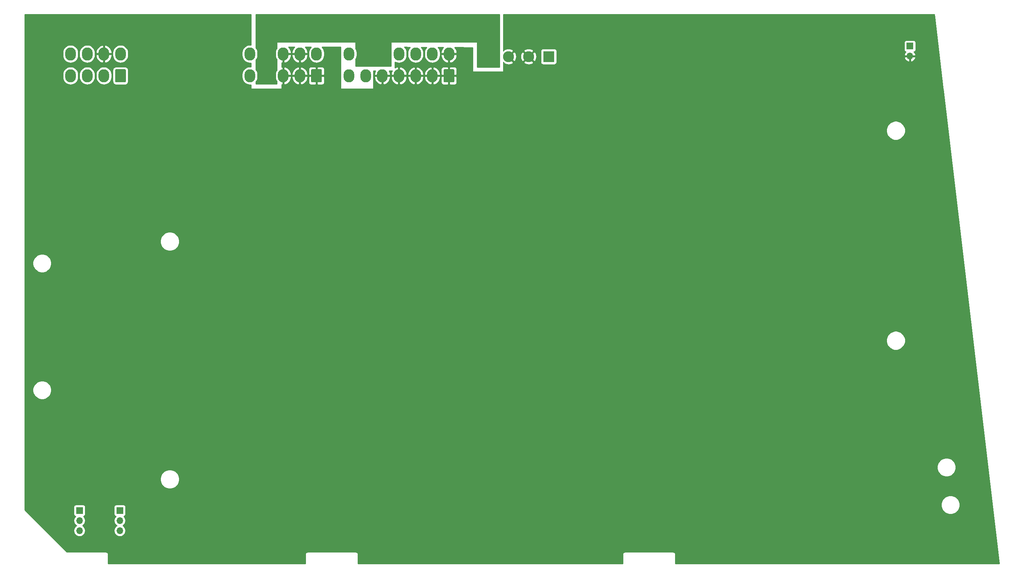
<source format=gbr>
%TF.GenerationSoftware,KiCad,Pcbnew,(5.1.10)-1*%
%TF.CreationDate,2021-06-29T11:34:31+10:00*%
%TF.ProjectId,psu-board,7073752d-626f-4617-9264-2e6b69636164,rev?*%
%TF.SameCoordinates,Original*%
%TF.FileFunction,Copper,L2,Bot*%
%TF.FilePolarity,Positive*%
%FSLAX46Y46*%
G04 Gerber Fmt 4.6, Leading zero omitted, Abs format (unit mm)*
G04 Created by KiCad (PCBNEW (5.1.10)-1) date 2021-06-29 11:34:31*
%MOMM*%
%LPD*%
G01*
G04 APERTURE LIST*
%TA.AperFunction,ComponentPad*%
%ADD10O,1.700000X1.700000*%
%TD*%
%TA.AperFunction,ComponentPad*%
%ADD11R,1.700000X1.700000*%
%TD*%
%TA.AperFunction,ComponentPad*%
%ADD12O,2.700000X3.300000*%
%TD*%
%TA.AperFunction,ComponentPad*%
%ADD13C,2.780000*%
%TD*%
%TA.AperFunction,ComponentPad*%
%ADD14R,2.780000X2.780000*%
%TD*%
%TA.AperFunction,ViaPad*%
%ADD15C,1.500000*%
%TD*%
%TA.AperFunction,Conductor*%
%ADD16C,0.250000*%
%TD*%
%TA.AperFunction,Conductor*%
%ADD17C,0.254000*%
%TD*%
%TA.AperFunction,Conductor*%
%ADD18C,0.100000*%
%TD*%
G04 APERTURE END LIST*
D10*
%TO.P,SW1,3*%
%TO.N,N/C*%
X14420000Y9017000D03*
%TO.P,SW1,2*%
X14420000Y11557000D03*
D11*
%TO.P,SW1,1*%
X14420000Y14097000D03*
%TD*%
D12*
%TO.P,J1,10*%
%TO.N,/12V*%
X57368000Y129325000D03*
%TO.P,J1,9*%
%TO.N,/5V*%
X61568000Y129325000D03*
%TO.P,J1,8*%
%TO.N,/GND*%
X65768000Y129325000D03*
%TO.P,J1,7*%
X69968000Y129325000D03*
%TO.P,J1,6*%
%TO.N,/-12V*%
X74168000Y129325000D03*
%TO.P,J1,5*%
%TO.N,/12V*%
X57368000Y123825000D03*
%TO.P,J1,4*%
%TO.N,/5V*%
X61568000Y123825000D03*
%TO.P,J1,3*%
%TO.N,/GND*%
X65768000Y123825000D03*
%TO.P,J1,2*%
X69968000Y123825000D03*
%TO.P,J1,1*%
%TA.AperFunction,ComponentPad*%
G36*
G01*
X75518000Y125224999D02*
X75518000Y122425001D01*
G75*
G02*
X75267999Y122175000I-250001J0D01*
G01*
X73068001Y122175000D01*
G75*
G02*
X72818000Y122425001I0J250001D01*
G01*
X72818000Y125224999D01*
G75*
G02*
X73068001Y125475000I250001J0D01*
G01*
X75267999Y125475000D01*
G75*
G02*
X75518000Y125224999I0J-250001D01*
G01*
G37*
%TD.AperFunction*%
%TD*%
%TO.P,J2,8*%
%TO.N,/ROTARY_B*%
X12165000Y129325000D03*
%TO.P,J2,7*%
%TO.N,/ROTARY_A*%
X16365000Y129325000D03*
%TO.P,J2,6*%
%TO.N,/GND*%
X20565000Y129325000D03*
%TO.P,J2,5*%
%TO.N,/-12V*%
X24765000Y129325000D03*
%TO.P,J2,4*%
%TO.N,/12V*%
X12165000Y123825000D03*
%TO.P,J2,3*%
%TO.N,/VSYNC*%
X16365000Y123825000D03*
%TO.P,J2,2*%
%TO.N,/HSYNC*%
X20565000Y123825000D03*
%TO.P,J2,1*%
%TO.N,/VIDEO*%
%TA.AperFunction,ComponentPad*%
G36*
G01*
X26115000Y125224999D02*
X26115000Y122425001D01*
G75*
G02*
X25864999Y122175000I-250001J0D01*
G01*
X23665001Y122175000D01*
G75*
G02*
X23415000Y122425001I0J250001D01*
G01*
X23415000Y125224999D01*
G75*
G02*
X23665001Y125475000I250001J0D01*
G01*
X25864999Y125475000D01*
G75*
G02*
X26115000Y125224999I0J-250001D01*
G01*
G37*
%TD.AperFunction*%
%TD*%
D11*
%TO.P,SW1,1*%
%TO.N,N/C*%
X24580000Y14097000D03*
D10*
%TO.P,SW1,2*%
X24580000Y11557000D03*
%TO.P,SW1,3*%
X24580000Y9017000D03*
%TD*%
D13*
%TO.P,J4,4*%
%TO.N,/5V*%
X117475000Y128651000D03*
%TO.P,J4,3*%
%TO.N,/GND*%
X122555000Y128651000D03*
%TO.P,J4,2*%
X127635000Y128651000D03*
D14*
%TO.P,J4,1*%
%TO.N,/12V*%
X132715000Y128651000D03*
%TD*%
D10*
%TO.P,J3,2*%
%TO.N,/GND*%
X223774000Y128778000D03*
D11*
%TO.P,J3,1*%
%TO.N,/12V*%
X223774000Y131318000D03*
%TD*%
D12*
%TO.P,J5,14*%
%TO.N,/12V*%
X82369000Y129325000D03*
%TO.P,J5,13*%
%TO.N,/5V*%
X86569000Y129325000D03*
%TO.P,J5,12*%
X90769000Y129325000D03*
%TO.P,J5,11*%
%TO.N,/VSYNC*%
X94969000Y129325000D03*
%TO.P,J5,10*%
%TO.N,/HSYNC*%
X99169000Y129325000D03*
%TO.P,J5,9*%
%TO.N,/VIDEO*%
X103369000Y129325000D03*
%TO.P,J5,8*%
%TO.N,/GND*%
X107569000Y129325000D03*
%TO.P,J5,7*%
%TO.N,/-12V*%
X82369000Y123825000D03*
%TO.P,J5,6*%
%TO.N,/-5V*%
X86569000Y123825000D03*
%TO.P,J5,5*%
%TO.N,/GND*%
X90769000Y123825000D03*
%TO.P,J5,4*%
X94969000Y123825000D03*
%TO.P,J5,3*%
X99169000Y123825000D03*
%TO.P,J5,2*%
X103369000Y123825000D03*
%TO.P,J5,1*%
%TA.AperFunction,ComponentPad*%
G36*
G01*
X108919000Y125224999D02*
X108919000Y122425001D01*
G75*
G02*
X108668999Y122175000I-250001J0D01*
G01*
X106469001Y122175000D01*
G75*
G02*
X106219000Y122425001I0J250001D01*
G01*
X106219000Y125224999D01*
G75*
G02*
X106469001Y125475000I250001J0D01*
G01*
X108668999Y125475000D01*
G75*
G02*
X108919000Y125224999I0J-250001D01*
G01*
G37*
%TD.AperFunction*%
%TD*%
D15*
%TO.N,/GND*%
X26162000Y117856000D03*
X26162000Y107442000D03*
X49022000Y121539000D03*
%TD*%
D16*
%TO.N,/5V*%
X61568000Y123825000D02*
X61568000Y129325000D01*
X61568000Y129325000D02*
X61568000Y135228000D01*
X61568000Y135228000D02*
X63754000Y137414000D01*
X63754000Y137414000D02*
X84709000Y137414000D01*
X86569000Y135554000D02*
X86569000Y129325000D01*
X84709000Y137414000D02*
X86569000Y135554000D01*
X90769000Y129325000D02*
X86569000Y129325000D01*
X117475000Y128778000D02*
X117475000Y135636000D01*
X117475000Y135636000D02*
X115570000Y137541000D01*
X88556000Y137541000D02*
X86569000Y135554000D01*
X115570000Y137541000D02*
X88556000Y137541000D01*
%TD*%
D17*
%TO.N,/5V*%
X120269000Y125984000D02*
X114681000Y125984000D01*
X114681000Y139319000D01*
X120269000Y139319000D01*
X120269000Y125984000D01*
%TA.AperFunction,Conductor*%
D18*
G36*
X120269000Y125984000D02*
G01*
X114681000Y125984000D01*
X114681000Y139319000D01*
X120269000Y139319000D01*
X120269000Y125984000D01*
G37*
%TD.AperFunction*%
%TD*%
D17*
%TO.N,/5V*%
X92964000Y126238000D02*
X84074000Y126238000D01*
X84074000Y128003940D01*
X84211774Y128261698D01*
X84325278Y128635872D01*
X84354000Y128927490D01*
X84354000Y129722509D01*
X84325278Y130014127D01*
X84211774Y130388302D01*
X84074000Y130646060D01*
X84074000Y139319000D01*
X92964000Y139319000D01*
X92964000Y126238000D01*
%TA.AperFunction,Conductor*%
D18*
G36*
X92964000Y126238000D02*
G01*
X84074000Y126238000D01*
X84074000Y128003940D01*
X84211774Y128261698D01*
X84325278Y128635872D01*
X84354000Y128927490D01*
X84354000Y129722509D01*
X84325278Y130014127D01*
X84211774Y130388302D01*
X84074000Y130646060D01*
X84074000Y139319000D01*
X92964000Y139319000D01*
X92964000Y126238000D01*
G37*
%TD.AperFunction*%
%TD*%
D17*
%TO.N,/5V*%
X64135000Y130764157D02*
X64109547Y130733143D01*
X63925226Y130388302D01*
X63811722Y130014128D01*
X63783000Y129722510D01*
X63783000Y128927491D01*
X63811722Y128635873D01*
X63925226Y128261699D01*
X64109547Y127916857D01*
X64135000Y127885843D01*
X64135000Y125264157D01*
X64109547Y125233143D01*
X63925226Y124888302D01*
X63811722Y124514128D01*
X63783000Y124222510D01*
X63783000Y123427491D01*
X63811722Y123135873D01*
X63925226Y122761699D01*
X64109547Y122416857D01*
X64135000Y122385843D01*
X64135000Y121793000D01*
X58928000Y121793000D01*
X58928000Y122296892D01*
X59026453Y122416857D01*
X59210774Y122761698D01*
X59324278Y123135872D01*
X59353000Y123427490D01*
X59353000Y124222509D01*
X59324278Y124514127D01*
X59210774Y124888302D01*
X59026453Y125233143D01*
X58928000Y125353108D01*
X58928000Y127796892D01*
X59026453Y127916857D01*
X59210774Y128261698D01*
X59324278Y128635872D01*
X59353000Y128927490D01*
X59353000Y129722509D01*
X59324278Y130014127D01*
X59210774Y130388302D01*
X59026453Y130733143D01*
X58928000Y130853108D01*
X58928000Y139319000D01*
X64135000Y139319000D01*
X64135000Y130764157D01*
%TA.AperFunction,Conductor*%
D18*
G36*
X64135000Y130764157D02*
G01*
X64109547Y130733143D01*
X63925226Y130388302D01*
X63811722Y130014128D01*
X63783000Y129722510D01*
X63783000Y128927491D01*
X63811722Y128635873D01*
X63925226Y128261699D01*
X64109547Y127916857D01*
X64135000Y127885843D01*
X64135000Y125264157D01*
X64109547Y125233143D01*
X63925226Y124888302D01*
X63811722Y124514128D01*
X63783000Y124222510D01*
X63783000Y123427491D01*
X63811722Y123135873D01*
X63925226Y122761699D01*
X64109547Y122416857D01*
X64135000Y122385843D01*
X64135000Y121793000D01*
X58928000Y121793000D01*
X58928000Y122296892D01*
X59026453Y122416857D01*
X59210774Y122761698D01*
X59324278Y123135872D01*
X59353000Y123427490D01*
X59353000Y124222509D01*
X59324278Y124514127D01*
X59210774Y124888302D01*
X59026453Y125233143D01*
X58928000Y125353108D01*
X58928000Y127796892D01*
X59026453Y127916857D01*
X59210774Y128261698D01*
X59324278Y128635872D01*
X59353000Y128927490D01*
X59353000Y129722509D01*
X59324278Y130014127D01*
X59210774Y130388302D01*
X59026453Y130733143D01*
X58928000Y130853108D01*
X58928000Y139319000D01*
X64135000Y139319000D01*
X64135000Y130764157D01*
G37*
%TD.AperFunction*%
%TD*%
D17*
%TO.N,/5V*%
X120269000Y132334000D02*
X58928000Y132334000D01*
X58928000Y139319000D01*
X120269000Y139319000D01*
X120269000Y132334000D01*
%TA.AperFunction,Conductor*%
D18*
G36*
X120269000Y132334000D02*
G01*
X58928000Y132334000D01*
X58928000Y139319000D01*
X120269000Y139319000D01*
X120269000Y132334000D01*
G37*
%TD.AperFunction*%
%TD*%
D17*
%TO.N,/GND*%
X246257646Y660000D02*
X164660000Y660000D01*
X164660000Y2967581D01*
X164663193Y3000000D01*
X164650450Y3129383D01*
X164612710Y3253793D01*
X164551425Y3368450D01*
X164468948Y3468948D01*
X164368450Y3551425D01*
X164253793Y3612710D01*
X164129383Y3650450D01*
X164032419Y3660000D01*
X164000000Y3663193D01*
X163967581Y3660000D01*
X152032419Y3660000D01*
X152000000Y3663193D01*
X151967581Y3660000D01*
X151870617Y3650450D01*
X151746207Y3612710D01*
X151631550Y3551425D01*
X151531052Y3468948D01*
X151448575Y3368450D01*
X151387290Y3253793D01*
X151349550Y3129383D01*
X151336807Y3000000D01*
X151340000Y2967580D01*
X151340001Y660000D01*
X84660000Y660000D01*
X84660000Y2967581D01*
X84663193Y3000000D01*
X84650450Y3129383D01*
X84612710Y3253793D01*
X84551425Y3368450D01*
X84468948Y3468948D01*
X84368450Y3551425D01*
X84253793Y3612710D01*
X84129383Y3650450D01*
X84032419Y3660000D01*
X84000000Y3663193D01*
X83967581Y3660000D01*
X72032419Y3660000D01*
X72000000Y3663193D01*
X71967581Y3660000D01*
X71870617Y3650450D01*
X71746207Y3612710D01*
X71631550Y3551425D01*
X71531052Y3468948D01*
X71448575Y3368450D01*
X71387290Y3253793D01*
X71349550Y3129383D01*
X71336807Y3000000D01*
X71340001Y2967571D01*
X71340000Y660000D01*
X21660000Y660000D01*
X21660000Y2967581D01*
X21663193Y3000000D01*
X21650450Y3129383D01*
X21612710Y3253793D01*
X21551425Y3368450D01*
X21468948Y3468948D01*
X21368450Y3551425D01*
X21253793Y3612710D01*
X21129383Y3650450D01*
X21032419Y3660000D01*
X21000000Y3663193D01*
X20967581Y3660000D01*
X11273381Y3660000D01*
X660000Y14273380D01*
X660000Y14947000D01*
X12931928Y14947000D01*
X12931928Y13247000D01*
X12944188Y13122518D01*
X12980498Y13002820D01*
X13039463Y12892506D01*
X13118815Y12795815D01*
X13215506Y12716463D01*
X13325820Y12657498D01*
X13398380Y12635487D01*
X13266525Y12503632D01*
X13104010Y12260411D01*
X12992068Y11990158D01*
X12935000Y11703260D01*
X12935000Y11410740D01*
X12992068Y11123842D01*
X13104010Y10853589D01*
X13266525Y10610368D01*
X13473368Y10403525D01*
X13647760Y10287000D01*
X13473368Y10170475D01*
X13266525Y9963632D01*
X13104010Y9720411D01*
X12992068Y9450158D01*
X12935000Y9163260D01*
X12935000Y8870740D01*
X12992068Y8583842D01*
X13104010Y8313589D01*
X13266525Y8070368D01*
X13473368Y7863525D01*
X13716589Y7701010D01*
X13986842Y7589068D01*
X14273740Y7532000D01*
X14566260Y7532000D01*
X14853158Y7589068D01*
X15123411Y7701010D01*
X15366632Y7863525D01*
X15573475Y8070368D01*
X15735990Y8313589D01*
X15847932Y8583842D01*
X15905000Y8870740D01*
X15905000Y9163260D01*
X15847932Y9450158D01*
X15735990Y9720411D01*
X15573475Y9963632D01*
X15366632Y10170475D01*
X15192240Y10287000D01*
X15366632Y10403525D01*
X15573475Y10610368D01*
X15735990Y10853589D01*
X15847932Y11123842D01*
X15905000Y11410740D01*
X15905000Y11703260D01*
X15847932Y11990158D01*
X15735990Y12260411D01*
X15573475Y12503632D01*
X15441620Y12635487D01*
X15514180Y12657498D01*
X15624494Y12716463D01*
X15721185Y12795815D01*
X15800537Y12892506D01*
X15859502Y13002820D01*
X15895812Y13122518D01*
X15908072Y13247000D01*
X15908072Y14947000D01*
X23091928Y14947000D01*
X23091928Y13247000D01*
X23104188Y13122518D01*
X23140498Y13002820D01*
X23199463Y12892506D01*
X23278815Y12795815D01*
X23375506Y12716463D01*
X23485820Y12657498D01*
X23558380Y12635487D01*
X23426525Y12503632D01*
X23264010Y12260411D01*
X23152068Y11990158D01*
X23095000Y11703260D01*
X23095000Y11410740D01*
X23152068Y11123842D01*
X23264010Y10853589D01*
X23426525Y10610368D01*
X23633368Y10403525D01*
X23807760Y10287000D01*
X23633368Y10170475D01*
X23426525Y9963632D01*
X23264010Y9720411D01*
X23152068Y9450158D01*
X23095000Y9163260D01*
X23095000Y8870740D01*
X23152068Y8583842D01*
X23264010Y8313589D01*
X23426525Y8070368D01*
X23633368Y7863525D01*
X23876589Y7701010D01*
X24146842Y7589068D01*
X24433740Y7532000D01*
X24726260Y7532000D01*
X25013158Y7589068D01*
X25283411Y7701010D01*
X25526632Y7863525D01*
X25733475Y8070368D01*
X25895990Y8313589D01*
X26007932Y8583842D01*
X26065000Y8870740D01*
X26065000Y9163260D01*
X26007932Y9450158D01*
X25895990Y9720411D01*
X25733475Y9963632D01*
X25526632Y10170475D01*
X25352240Y10287000D01*
X25526632Y10403525D01*
X25733475Y10610368D01*
X25895990Y10853589D01*
X26007932Y11123842D01*
X26065000Y11410740D01*
X26065000Y11703260D01*
X26007932Y11990158D01*
X25895990Y12260411D01*
X25733475Y12503632D01*
X25601620Y12635487D01*
X25674180Y12657498D01*
X25784494Y12716463D01*
X25881185Y12795815D01*
X25960537Y12892506D01*
X26019502Y13002820D01*
X26055812Y13122518D01*
X26068072Y13247000D01*
X26068072Y14947000D01*
X26055812Y15071482D01*
X26019502Y15191180D01*
X25960537Y15301494D01*
X25881185Y15398185D01*
X25784494Y15477537D01*
X25674180Y15536502D01*
X25554482Y15572812D01*
X25430000Y15585072D01*
X23730000Y15585072D01*
X23605518Y15572812D01*
X23485820Y15536502D01*
X23375506Y15477537D01*
X23278815Y15398185D01*
X23199463Y15301494D01*
X23140498Y15191180D01*
X23104188Y15071482D01*
X23091928Y14947000D01*
X15908072Y14947000D01*
X15895812Y15071482D01*
X15859502Y15191180D01*
X15800537Y15301494D01*
X15721185Y15398185D01*
X15624494Y15477537D01*
X15514180Y15536502D01*
X15394482Y15572812D01*
X15270000Y15585072D01*
X13570000Y15585072D01*
X13445518Y15572812D01*
X13325820Y15536502D01*
X13215506Y15477537D01*
X13118815Y15398185D01*
X13039463Y15301494D01*
X12980498Y15191180D01*
X12944188Y15071482D01*
X12931928Y14947000D01*
X660000Y14947000D01*
X660000Y15733281D01*
X231631460Y15733281D01*
X231631460Y15266719D01*
X231722482Y14809122D01*
X231901027Y14378076D01*
X232160235Y13990144D01*
X232490144Y13660235D01*
X232878076Y13401027D01*
X233309122Y13222482D01*
X233766719Y13131460D01*
X234233281Y13131460D01*
X234690878Y13222482D01*
X235121924Y13401027D01*
X235509856Y13660235D01*
X235839765Y13990144D01*
X236098973Y14378076D01*
X236277518Y14809122D01*
X236368540Y15266719D01*
X236368540Y15733281D01*
X236277518Y16190878D01*
X236098973Y16621924D01*
X235839765Y17009856D01*
X235509856Y17339765D01*
X235121924Y17598973D01*
X234690878Y17777518D01*
X234233281Y17868540D01*
X233766719Y17868540D01*
X233309122Y17777518D01*
X232878076Y17598973D01*
X232490144Y17339765D01*
X232160235Y17009856D01*
X231901027Y16621924D01*
X231722482Y16190878D01*
X231631460Y15733281D01*
X660000Y15733281D01*
X660000Y22238182D01*
X34781701Y22238182D01*
X34781701Y21761818D01*
X34874635Y21294608D01*
X35056931Y20854506D01*
X35321585Y20458424D01*
X35658424Y20121585D01*
X36054506Y19856931D01*
X36494608Y19674635D01*
X36961818Y19581701D01*
X37438182Y19581701D01*
X37905392Y19674635D01*
X38345494Y19856931D01*
X38741576Y20121585D01*
X39078415Y20458424D01*
X39343069Y20854506D01*
X39525365Y21294608D01*
X39618299Y21761818D01*
X39618299Y22238182D01*
X39525365Y22705392D01*
X39343069Y23145494D01*
X39078415Y23541576D01*
X38741576Y23878415D01*
X38345494Y24143069D01*
X37905392Y24325365D01*
X37438182Y24418299D01*
X36961818Y24418299D01*
X36494608Y24325365D01*
X36054506Y24143069D01*
X35658424Y23878415D01*
X35321585Y23541576D01*
X35056931Y23145494D01*
X34874635Y22705392D01*
X34781701Y22238182D01*
X660000Y22238182D01*
X660000Y25233281D01*
X230631460Y25233281D01*
X230631460Y24766719D01*
X230722482Y24309122D01*
X230901027Y23878076D01*
X231160235Y23490144D01*
X231490144Y23160235D01*
X231878076Y22901027D01*
X232309122Y22722482D01*
X232766719Y22631460D01*
X233233281Y22631460D01*
X233690878Y22722482D01*
X234121924Y22901027D01*
X234509856Y23160235D01*
X234839765Y23490144D01*
X235098973Y23878076D01*
X235277518Y24309122D01*
X235368540Y24766719D01*
X235368540Y25233281D01*
X235277518Y25690878D01*
X235098973Y26121924D01*
X234839765Y26509856D01*
X234509856Y26839765D01*
X234121924Y27098973D01*
X233690878Y27277518D01*
X233233281Y27368540D01*
X232766719Y27368540D01*
X232309122Y27277518D01*
X231878076Y27098973D01*
X231490144Y26839765D01*
X231160235Y26509856D01*
X230901027Y26121924D01*
X230722482Y25690878D01*
X230631460Y25233281D01*
X660000Y25233281D01*
X660000Y44733281D01*
X2631460Y44733281D01*
X2631460Y44266719D01*
X2722482Y43809122D01*
X2901027Y43378076D01*
X3160235Y42990144D01*
X3490144Y42660235D01*
X3878076Y42401027D01*
X4309122Y42222482D01*
X4766719Y42131460D01*
X5233281Y42131460D01*
X5690878Y42222482D01*
X6121924Y42401027D01*
X6509856Y42660235D01*
X6839765Y42990144D01*
X7098973Y43378076D01*
X7277518Y43809122D01*
X7368540Y44266719D01*
X7368540Y44733281D01*
X7277518Y45190878D01*
X7098973Y45621924D01*
X6839765Y46009856D01*
X6509856Y46339765D01*
X6121924Y46598973D01*
X5690878Y46777518D01*
X5233281Y46868540D01*
X4766719Y46868540D01*
X4309122Y46777518D01*
X3878076Y46598973D01*
X3490144Y46339765D01*
X3160235Y46009856D01*
X2901027Y45621924D01*
X2722482Y45190878D01*
X2631460Y44733281D01*
X660000Y44733281D01*
X660000Y57238182D01*
X217781701Y57238182D01*
X217781701Y56761818D01*
X217874635Y56294608D01*
X218056931Y55854506D01*
X218321585Y55458424D01*
X218658424Y55121585D01*
X219054506Y54856931D01*
X219494608Y54674635D01*
X219961818Y54581701D01*
X220438182Y54581701D01*
X220905392Y54674635D01*
X221345494Y54856931D01*
X221741576Y55121585D01*
X222078415Y55458424D01*
X222343069Y55854506D01*
X222525365Y56294608D01*
X222618299Y56761818D01*
X222618299Y57238182D01*
X222525365Y57705392D01*
X222343069Y58145494D01*
X222078415Y58541576D01*
X221741576Y58878415D01*
X221345494Y59143069D01*
X220905392Y59325365D01*
X220438182Y59418299D01*
X219961818Y59418299D01*
X219494608Y59325365D01*
X219054506Y59143069D01*
X218658424Y58878415D01*
X218321585Y58541576D01*
X218056931Y58145494D01*
X217874635Y57705392D01*
X217781701Y57238182D01*
X660000Y57238182D01*
X660000Y76733281D01*
X2631460Y76733281D01*
X2631460Y76266719D01*
X2722482Y75809122D01*
X2901027Y75378076D01*
X3160235Y74990144D01*
X3490144Y74660235D01*
X3878076Y74401027D01*
X4309122Y74222482D01*
X4766719Y74131460D01*
X5233281Y74131460D01*
X5690878Y74222482D01*
X6121924Y74401027D01*
X6509856Y74660235D01*
X6839765Y74990144D01*
X7098973Y75378076D01*
X7277518Y75809122D01*
X7368540Y76266719D01*
X7368540Y76733281D01*
X7277518Y77190878D01*
X7098973Y77621924D01*
X6839765Y78009856D01*
X6509856Y78339765D01*
X6121924Y78598973D01*
X5690878Y78777518D01*
X5233281Y78868540D01*
X4766719Y78868540D01*
X4309122Y78777518D01*
X3878076Y78598973D01*
X3490144Y78339765D01*
X3160235Y78009856D01*
X2901027Y77621924D01*
X2722482Y77190878D01*
X2631460Y76733281D01*
X660000Y76733281D01*
X660000Y82238182D01*
X34781701Y82238182D01*
X34781701Y81761818D01*
X34874635Y81294608D01*
X35056931Y80854506D01*
X35321585Y80458424D01*
X35658424Y80121585D01*
X36054506Y79856931D01*
X36494608Y79674635D01*
X36961818Y79581701D01*
X37438182Y79581701D01*
X37905392Y79674635D01*
X38345494Y79856931D01*
X38741576Y80121585D01*
X39078415Y80458424D01*
X39343069Y80854506D01*
X39525365Y81294608D01*
X39618299Y81761818D01*
X39618299Y82238182D01*
X39525365Y82705392D01*
X39343069Y83145494D01*
X39078415Y83541576D01*
X38741576Y83878415D01*
X38345494Y84143069D01*
X37905392Y84325365D01*
X37438182Y84418299D01*
X36961818Y84418299D01*
X36494608Y84325365D01*
X36054506Y84143069D01*
X35658424Y83878415D01*
X35321585Y83541576D01*
X35056931Y83145494D01*
X34874635Y82705392D01*
X34781701Y82238182D01*
X660000Y82238182D01*
X660000Y110238182D01*
X217781701Y110238182D01*
X217781701Y109761818D01*
X217874635Y109294608D01*
X218056931Y108854506D01*
X218321585Y108458424D01*
X218658424Y108121585D01*
X219054506Y107856931D01*
X219494608Y107674635D01*
X219961818Y107581701D01*
X220438182Y107581701D01*
X220905392Y107674635D01*
X221345494Y107856931D01*
X221741576Y108121585D01*
X222078415Y108458424D01*
X222343069Y108854506D01*
X222525365Y109294608D01*
X222618299Y109761818D01*
X222618299Y110238182D01*
X222525365Y110705392D01*
X222343069Y111145494D01*
X222078415Y111541576D01*
X221741576Y111878415D01*
X221345494Y112143069D01*
X220905392Y112325365D01*
X220438182Y112418299D01*
X219961818Y112418299D01*
X219494608Y112325365D01*
X219054506Y112143069D01*
X218658424Y111878415D01*
X218321585Y111541576D01*
X218056931Y111145494D01*
X217874635Y110705392D01*
X217781701Y110238182D01*
X660000Y110238182D01*
X660000Y120523000D01*
X232130936Y120523000D01*
X246257646Y660000D01*
%TA.AperFunction,Conductor*%
D18*
G36*
X246257646Y660000D02*
G01*
X164660000Y660000D01*
X164660000Y2967581D01*
X164663193Y3000000D01*
X164650450Y3129383D01*
X164612710Y3253793D01*
X164551425Y3368450D01*
X164468948Y3468948D01*
X164368450Y3551425D01*
X164253793Y3612710D01*
X164129383Y3650450D01*
X164032419Y3660000D01*
X164000000Y3663193D01*
X163967581Y3660000D01*
X152032419Y3660000D01*
X152000000Y3663193D01*
X151967581Y3660000D01*
X151870617Y3650450D01*
X151746207Y3612710D01*
X151631550Y3551425D01*
X151531052Y3468948D01*
X151448575Y3368450D01*
X151387290Y3253793D01*
X151349550Y3129383D01*
X151336807Y3000000D01*
X151340000Y2967580D01*
X151340001Y660000D01*
X84660000Y660000D01*
X84660000Y2967581D01*
X84663193Y3000000D01*
X84650450Y3129383D01*
X84612710Y3253793D01*
X84551425Y3368450D01*
X84468948Y3468948D01*
X84368450Y3551425D01*
X84253793Y3612710D01*
X84129383Y3650450D01*
X84032419Y3660000D01*
X84000000Y3663193D01*
X83967581Y3660000D01*
X72032419Y3660000D01*
X72000000Y3663193D01*
X71967581Y3660000D01*
X71870617Y3650450D01*
X71746207Y3612710D01*
X71631550Y3551425D01*
X71531052Y3468948D01*
X71448575Y3368450D01*
X71387290Y3253793D01*
X71349550Y3129383D01*
X71336807Y3000000D01*
X71340001Y2967571D01*
X71340000Y660000D01*
X21660000Y660000D01*
X21660000Y2967581D01*
X21663193Y3000000D01*
X21650450Y3129383D01*
X21612710Y3253793D01*
X21551425Y3368450D01*
X21468948Y3468948D01*
X21368450Y3551425D01*
X21253793Y3612710D01*
X21129383Y3650450D01*
X21032419Y3660000D01*
X21000000Y3663193D01*
X20967581Y3660000D01*
X11273381Y3660000D01*
X660000Y14273380D01*
X660000Y14947000D01*
X12931928Y14947000D01*
X12931928Y13247000D01*
X12944188Y13122518D01*
X12980498Y13002820D01*
X13039463Y12892506D01*
X13118815Y12795815D01*
X13215506Y12716463D01*
X13325820Y12657498D01*
X13398380Y12635487D01*
X13266525Y12503632D01*
X13104010Y12260411D01*
X12992068Y11990158D01*
X12935000Y11703260D01*
X12935000Y11410740D01*
X12992068Y11123842D01*
X13104010Y10853589D01*
X13266525Y10610368D01*
X13473368Y10403525D01*
X13647760Y10287000D01*
X13473368Y10170475D01*
X13266525Y9963632D01*
X13104010Y9720411D01*
X12992068Y9450158D01*
X12935000Y9163260D01*
X12935000Y8870740D01*
X12992068Y8583842D01*
X13104010Y8313589D01*
X13266525Y8070368D01*
X13473368Y7863525D01*
X13716589Y7701010D01*
X13986842Y7589068D01*
X14273740Y7532000D01*
X14566260Y7532000D01*
X14853158Y7589068D01*
X15123411Y7701010D01*
X15366632Y7863525D01*
X15573475Y8070368D01*
X15735990Y8313589D01*
X15847932Y8583842D01*
X15905000Y8870740D01*
X15905000Y9163260D01*
X15847932Y9450158D01*
X15735990Y9720411D01*
X15573475Y9963632D01*
X15366632Y10170475D01*
X15192240Y10287000D01*
X15366632Y10403525D01*
X15573475Y10610368D01*
X15735990Y10853589D01*
X15847932Y11123842D01*
X15905000Y11410740D01*
X15905000Y11703260D01*
X15847932Y11990158D01*
X15735990Y12260411D01*
X15573475Y12503632D01*
X15441620Y12635487D01*
X15514180Y12657498D01*
X15624494Y12716463D01*
X15721185Y12795815D01*
X15800537Y12892506D01*
X15859502Y13002820D01*
X15895812Y13122518D01*
X15908072Y13247000D01*
X15908072Y14947000D01*
X23091928Y14947000D01*
X23091928Y13247000D01*
X23104188Y13122518D01*
X23140498Y13002820D01*
X23199463Y12892506D01*
X23278815Y12795815D01*
X23375506Y12716463D01*
X23485820Y12657498D01*
X23558380Y12635487D01*
X23426525Y12503632D01*
X23264010Y12260411D01*
X23152068Y11990158D01*
X23095000Y11703260D01*
X23095000Y11410740D01*
X23152068Y11123842D01*
X23264010Y10853589D01*
X23426525Y10610368D01*
X23633368Y10403525D01*
X23807760Y10287000D01*
X23633368Y10170475D01*
X23426525Y9963632D01*
X23264010Y9720411D01*
X23152068Y9450158D01*
X23095000Y9163260D01*
X23095000Y8870740D01*
X23152068Y8583842D01*
X23264010Y8313589D01*
X23426525Y8070368D01*
X23633368Y7863525D01*
X23876589Y7701010D01*
X24146842Y7589068D01*
X24433740Y7532000D01*
X24726260Y7532000D01*
X25013158Y7589068D01*
X25283411Y7701010D01*
X25526632Y7863525D01*
X25733475Y8070368D01*
X25895990Y8313589D01*
X26007932Y8583842D01*
X26065000Y8870740D01*
X26065000Y9163260D01*
X26007932Y9450158D01*
X25895990Y9720411D01*
X25733475Y9963632D01*
X25526632Y10170475D01*
X25352240Y10287000D01*
X25526632Y10403525D01*
X25733475Y10610368D01*
X25895990Y10853589D01*
X26007932Y11123842D01*
X26065000Y11410740D01*
X26065000Y11703260D01*
X26007932Y11990158D01*
X25895990Y12260411D01*
X25733475Y12503632D01*
X25601620Y12635487D01*
X25674180Y12657498D01*
X25784494Y12716463D01*
X25881185Y12795815D01*
X25960537Y12892506D01*
X26019502Y13002820D01*
X26055812Y13122518D01*
X26068072Y13247000D01*
X26068072Y14947000D01*
X26055812Y15071482D01*
X26019502Y15191180D01*
X25960537Y15301494D01*
X25881185Y15398185D01*
X25784494Y15477537D01*
X25674180Y15536502D01*
X25554482Y15572812D01*
X25430000Y15585072D01*
X23730000Y15585072D01*
X23605518Y15572812D01*
X23485820Y15536502D01*
X23375506Y15477537D01*
X23278815Y15398185D01*
X23199463Y15301494D01*
X23140498Y15191180D01*
X23104188Y15071482D01*
X23091928Y14947000D01*
X15908072Y14947000D01*
X15895812Y15071482D01*
X15859502Y15191180D01*
X15800537Y15301494D01*
X15721185Y15398185D01*
X15624494Y15477537D01*
X15514180Y15536502D01*
X15394482Y15572812D01*
X15270000Y15585072D01*
X13570000Y15585072D01*
X13445518Y15572812D01*
X13325820Y15536502D01*
X13215506Y15477537D01*
X13118815Y15398185D01*
X13039463Y15301494D01*
X12980498Y15191180D01*
X12944188Y15071482D01*
X12931928Y14947000D01*
X660000Y14947000D01*
X660000Y15733281D01*
X231631460Y15733281D01*
X231631460Y15266719D01*
X231722482Y14809122D01*
X231901027Y14378076D01*
X232160235Y13990144D01*
X232490144Y13660235D01*
X232878076Y13401027D01*
X233309122Y13222482D01*
X233766719Y13131460D01*
X234233281Y13131460D01*
X234690878Y13222482D01*
X235121924Y13401027D01*
X235509856Y13660235D01*
X235839765Y13990144D01*
X236098973Y14378076D01*
X236277518Y14809122D01*
X236368540Y15266719D01*
X236368540Y15733281D01*
X236277518Y16190878D01*
X236098973Y16621924D01*
X235839765Y17009856D01*
X235509856Y17339765D01*
X235121924Y17598973D01*
X234690878Y17777518D01*
X234233281Y17868540D01*
X233766719Y17868540D01*
X233309122Y17777518D01*
X232878076Y17598973D01*
X232490144Y17339765D01*
X232160235Y17009856D01*
X231901027Y16621924D01*
X231722482Y16190878D01*
X231631460Y15733281D01*
X660000Y15733281D01*
X660000Y22238182D01*
X34781701Y22238182D01*
X34781701Y21761818D01*
X34874635Y21294608D01*
X35056931Y20854506D01*
X35321585Y20458424D01*
X35658424Y20121585D01*
X36054506Y19856931D01*
X36494608Y19674635D01*
X36961818Y19581701D01*
X37438182Y19581701D01*
X37905392Y19674635D01*
X38345494Y19856931D01*
X38741576Y20121585D01*
X39078415Y20458424D01*
X39343069Y20854506D01*
X39525365Y21294608D01*
X39618299Y21761818D01*
X39618299Y22238182D01*
X39525365Y22705392D01*
X39343069Y23145494D01*
X39078415Y23541576D01*
X38741576Y23878415D01*
X38345494Y24143069D01*
X37905392Y24325365D01*
X37438182Y24418299D01*
X36961818Y24418299D01*
X36494608Y24325365D01*
X36054506Y24143069D01*
X35658424Y23878415D01*
X35321585Y23541576D01*
X35056931Y23145494D01*
X34874635Y22705392D01*
X34781701Y22238182D01*
X660000Y22238182D01*
X660000Y25233281D01*
X230631460Y25233281D01*
X230631460Y24766719D01*
X230722482Y24309122D01*
X230901027Y23878076D01*
X231160235Y23490144D01*
X231490144Y23160235D01*
X231878076Y22901027D01*
X232309122Y22722482D01*
X232766719Y22631460D01*
X233233281Y22631460D01*
X233690878Y22722482D01*
X234121924Y22901027D01*
X234509856Y23160235D01*
X234839765Y23490144D01*
X235098973Y23878076D01*
X235277518Y24309122D01*
X235368540Y24766719D01*
X235368540Y25233281D01*
X235277518Y25690878D01*
X235098973Y26121924D01*
X234839765Y26509856D01*
X234509856Y26839765D01*
X234121924Y27098973D01*
X233690878Y27277518D01*
X233233281Y27368540D01*
X232766719Y27368540D01*
X232309122Y27277518D01*
X231878076Y27098973D01*
X231490144Y26839765D01*
X231160235Y26509856D01*
X230901027Y26121924D01*
X230722482Y25690878D01*
X230631460Y25233281D01*
X660000Y25233281D01*
X660000Y44733281D01*
X2631460Y44733281D01*
X2631460Y44266719D01*
X2722482Y43809122D01*
X2901027Y43378076D01*
X3160235Y42990144D01*
X3490144Y42660235D01*
X3878076Y42401027D01*
X4309122Y42222482D01*
X4766719Y42131460D01*
X5233281Y42131460D01*
X5690878Y42222482D01*
X6121924Y42401027D01*
X6509856Y42660235D01*
X6839765Y42990144D01*
X7098973Y43378076D01*
X7277518Y43809122D01*
X7368540Y44266719D01*
X7368540Y44733281D01*
X7277518Y45190878D01*
X7098973Y45621924D01*
X6839765Y46009856D01*
X6509856Y46339765D01*
X6121924Y46598973D01*
X5690878Y46777518D01*
X5233281Y46868540D01*
X4766719Y46868540D01*
X4309122Y46777518D01*
X3878076Y46598973D01*
X3490144Y46339765D01*
X3160235Y46009856D01*
X2901027Y45621924D01*
X2722482Y45190878D01*
X2631460Y44733281D01*
X660000Y44733281D01*
X660000Y57238182D01*
X217781701Y57238182D01*
X217781701Y56761818D01*
X217874635Y56294608D01*
X218056931Y55854506D01*
X218321585Y55458424D01*
X218658424Y55121585D01*
X219054506Y54856931D01*
X219494608Y54674635D01*
X219961818Y54581701D01*
X220438182Y54581701D01*
X220905392Y54674635D01*
X221345494Y54856931D01*
X221741576Y55121585D01*
X222078415Y55458424D01*
X222343069Y55854506D01*
X222525365Y56294608D01*
X222618299Y56761818D01*
X222618299Y57238182D01*
X222525365Y57705392D01*
X222343069Y58145494D01*
X222078415Y58541576D01*
X221741576Y58878415D01*
X221345494Y59143069D01*
X220905392Y59325365D01*
X220438182Y59418299D01*
X219961818Y59418299D01*
X219494608Y59325365D01*
X219054506Y59143069D01*
X218658424Y58878415D01*
X218321585Y58541576D01*
X218056931Y58145494D01*
X217874635Y57705392D01*
X217781701Y57238182D01*
X660000Y57238182D01*
X660000Y76733281D01*
X2631460Y76733281D01*
X2631460Y76266719D01*
X2722482Y75809122D01*
X2901027Y75378076D01*
X3160235Y74990144D01*
X3490144Y74660235D01*
X3878076Y74401027D01*
X4309122Y74222482D01*
X4766719Y74131460D01*
X5233281Y74131460D01*
X5690878Y74222482D01*
X6121924Y74401027D01*
X6509856Y74660235D01*
X6839765Y74990144D01*
X7098973Y75378076D01*
X7277518Y75809122D01*
X7368540Y76266719D01*
X7368540Y76733281D01*
X7277518Y77190878D01*
X7098973Y77621924D01*
X6839765Y78009856D01*
X6509856Y78339765D01*
X6121924Y78598973D01*
X5690878Y78777518D01*
X5233281Y78868540D01*
X4766719Y78868540D01*
X4309122Y78777518D01*
X3878076Y78598973D01*
X3490144Y78339765D01*
X3160235Y78009856D01*
X2901027Y77621924D01*
X2722482Y77190878D01*
X2631460Y76733281D01*
X660000Y76733281D01*
X660000Y82238182D01*
X34781701Y82238182D01*
X34781701Y81761818D01*
X34874635Y81294608D01*
X35056931Y80854506D01*
X35321585Y80458424D01*
X35658424Y80121585D01*
X36054506Y79856931D01*
X36494608Y79674635D01*
X36961818Y79581701D01*
X37438182Y79581701D01*
X37905392Y79674635D01*
X38345494Y79856931D01*
X38741576Y80121585D01*
X39078415Y80458424D01*
X39343069Y80854506D01*
X39525365Y81294608D01*
X39618299Y81761818D01*
X39618299Y82238182D01*
X39525365Y82705392D01*
X39343069Y83145494D01*
X39078415Y83541576D01*
X38741576Y83878415D01*
X38345494Y84143069D01*
X37905392Y84325365D01*
X37438182Y84418299D01*
X36961818Y84418299D01*
X36494608Y84325365D01*
X36054506Y84143069D01*
X35658424Y83878415D01*
X35321585Y83541576D01*
X35056931Y83145494D01*
X34874635Y82705392D01*
X34781701Y82238182D01*
X660000Y82238182D01*
X660000Y110238182D01*
X217781701Y110238182D01*
X217781701Y109761818D01*
X217874635Y109294608D01*
X218056931Y108854506D01*
X218321585Y108458424D01*
X218658424Y108121585D01*
X219054506Y107856931D01*
X219494608Y107674635D01*
X219961818Y107581701D01*
X220438182Y107581701D01*
X220905392Y107674635D01*
X221345494Y107856931D01*
X221741576Y108121585D01*
X222078415Y108458424D01*
X222343069Y108854506D01*
X222525365Y109294608D01*
X222618299Y109761818D01*
X222618299Y110238182D01*
X222525365Y110705392D01*
X222343069Y111145494D01*
X222078415Y111541576D01*
X221741576Y111878415D01*
X221345494Y112143069D01*
X220905392Y112325365D01*
X220438182Y112418299D01*
X219961818Y112418299D01*
X219494608Y112325365D01*
X219054506Y112143069D01*
X218658424Y111878415D01*
X218321585Y111541576D01*
X218056931Y111145494D01*
X217874635Y110705392D01*
X217781701Y110238182D01*
X660000Y110238182D01*
X660000Y120523000D01*
X232130936Y120523000D01*
X246257646Y660000D01*
G37*
%TD.AperFunction*%
%TD*%
D17*
%TO.N,/GND*%
X57658000Y131591041D02*
X57368000Y131619604D01*
X56978873Y131581278D01*
X56604699Y131467774D01*
X56259858Y131283453D01*
X55957603Y131035398D01*
X55709547Y130733143D01*
X55525226Y130388302D01*
X55411722Y130014128D01*
X55383000Y129722510D01*
X55383000Y128927491D01*
X55411722Y128635873D01*
X55525226Y128261699D01*
X55709547Y127916857D01*
X55957602Y127614602D01*
X56259857Y127366547D01*
X56604698Y127182226D01*
X56978872Y127068722D01*
X57368000Y127030396D01*
X57658000Y127058959D01*
X57658000Y126091041D01*
X57368000Y126119604D01*
X56978873Y126081278D01*
X56604699Y125967774D01*
X56259858Y125783453D01*
X55957603Y125535398D01*
X55709547Y125233143D01*
X55525226Y124888302D01*
X55411722Y124514128D01*
X55383000Y124222510D01*
X55383000Y123427491D01*
X55411722Y123135873D01*
X55525226Y122761699D01*
X55709547Y122416857D01*
X55957602Y122114602D01*
X56259857Y121866547D01*
X56604698Y121682226D01*
X56978872Y121568722D01*
X57368000Y121530396D01*
X57658000Y121558959D01*
X57658000Y120523000D01*
X660000Y120523000D01*
X660000Y124222510D01*
X10180000Y124222510D01*
X10180000Y123427491D01*
X10208722Y123135873D01*
X10322226Y122761699D01*
X10506547Y122416857D01*
X10754602Y122114602D01*
X11056857Y121866547D01*
X11401698Y121682226D01*
X11775872Y121568722D01*
X12165000Y121530396D01*
X12554127Y121568722D01*
X12928301Y121682226D01*
X13273143Y121866547D01*
X13575398Y122114602D01*
X13823453Y122416857D01*
X14007774Y122761698D01*
X14121278Y123135872D01*
X14150000Y123427490D01*
X14150000Y124222509D01*
X14150000Y124222510D01*
X14380000Y124222510D01*
X14380000Y123427491D01*
X14408722Y123135873D01*
X14522226Y122761699D01*
X14706547Y122416857D01*
X14954602Y122114602D01*
X15256857Y121866547D01*
X15601698Y121682226D01*
X15975872Y121568722D01*
X16365000Y121530396D01*
X16754127Y121568722D01*
X17128301Y121682226D01*
X17473143Y121866547D01*
X17775398Y122114602D01*
X18023453Y122416857D01*
X18207774Y122761698D01*
X18321278Y123135872D01*
X18350000Y123427490D01*
X18350000Y124222509D01*
X18350000Y124222510D01*
X18580000Y124222510D01*
X18580000Y123427491D01*
X18608722Y123135873D01*
X18722226Y122761699D01*
X18906547Y122416857D01*
X19154602Y122114602D01*
X19456857Y121866547D01*
X19801698Y121682226D01*
X20175872Y121568722D01*
X20565000Y121530396D01*
X20954127Y121568722D01*
X21328301Y121682226D01*
X21673143Y121866547D01*
X21975398Y122114602D01*
X22223453Y122416857D01*
X22407774Y122761698D01*
X22521278Y123135872D01*
X22550000Y123427490D01*
X22550000Y124222509D01*
X22521278Y124514127D01*
X22407774Y124888302D01*
X22227807Y125224999D01*
X22776928Y125224999D01*
X22776928Y122425001D01*
X22793992Y122251747D01*
X22844529Y122085150D01*
X22926595Y121931614D01*
X23037039Y121797039D01*
X23171614Y121686595D01*
X23325150Y121604529D01*
X23491747Y121553992D01*
X23665001Y121536928D01*
X25864999Y121536928D01*
X26038253Y121553992D01*
X26204850Y121604529D01*
X26358386Y121686595D01*
X26492961Y121797039D01*
X26603405Y121931614D01*
X26685471Y122085150D01*
X26736008Y122251747D01*
X26753072Y122425001D01*
X26753072Y125224999D01*
X26736008Y125398253D01*
X26685471Y125564850D01*
X26603405Y125718386D01*
X26492961Y125852961D01*
X26358386Y125963405D01*
X26204850Y126045471D01*
X26038253Y126096008D01*
X25864999Y126113072D01*
X23665001Y126113072D01*
X23491747Y126096008D01*
X23325150Y126045471D01*
X23171614Y125963405D01*
X23037039Y125852961D01*
X22926595Y125718386D01*
X22844529Y125564850D01*
X22793992Y125398253D01*
X22776928Y125224999D01*
X22227807Y125224999D01*
X22223453Y125233143D01*
X21975398Y125535398D01*
X21673143Y125783453D01*
X21328302Y125967774D01*
X20954128Y126081278D01*
X20565000Y126119604D01*
X20175873Y126081278D01*
X19801699Y125967774D01*
X19456858Y125783453D01*
X19154603Y125535398D01*
X18906547Y125233143D01*
X18722226Y124888302D01*
X18608722Y124514128D01*
X18580000Y124222510D01*
X18350000Y124222510D01*
X18321278Y124514127D01*
X18207774Y124888302D01*
X18023453Y125233143D01*
X17775398Y125535398D01*
X17473143Y125783453D01*
X17128302Y125967774D01*
X16754128Y126081278D01*
X16365000Y126119604D01*
X15975873Y126081278D01*
X15601699Y125967774D01*
X15256858Y125783453D01*
X14954603Y125535398D01*
X14706547Y125233143D01*
X14522226Y124888302D01*
X14408722Y124514128D01*
X14380000Y124222510D01*
X14150000Y124222510D01*
X14121278Y124514127D01*
X14007774Y124888302D01*
X13823453Y125233143D01*
X13575398Y125535398D01*
X13273143Y125783453D01*
X12928302Y125967774D01*
X12554128Y126081278D01*
X12165000Y126119604D01*
X11775873Y126081278D01*
X11401699Y125967774D01*
X11056858Y125783453D01*
X10754603Y125535398D01*
X10506547Y125233143D01*
X10322226Y124888302D01*
X10208722Y124514128D01*
X10180000Y124222510D01*
X660000Y124222510D01*
X660000Y129722510D01*
X10180000Y129722510D01*
X10180000Y128927491D01*
X10208722Y128635873D01*
X10322226Y128261699D01*
X10506547Y127916857D01*
X10754602Y127614602D01*
X11056857Y127366547D01*
X11401698Y127182226D01*
X11775872Y127068722D01*
X12165000Y127030396D01*
X12554127Y127068722D01*
X12928301Y127182226D01*
X13273143Y127366547D01*
X13575398Y127614602D01*
X13823453Y127916857D01*
X14007774Y128261698D01*
X14121278Y128635872D01*
X14150000Y128927490D01*
X14150000Y129722509D01*
X14150000Y129722510D01*
X14380000Y129722510D01*
X14380000Y128927491D01*
X14408722Y128635873D01*
X14522226Y128261699D01*
X14706547Y127916857D01*
X14954602Y127614602D01*
X15256857Y127366547D01*
X15601698Y127182226D01*
X15975872Y127068722D01*
X16365000Y127030396D01*
X16754127Y127068722D01*
X17128301Y127182226D01*
X17473143Y127366547D01*
X17775398Y127614602D01*
X18023453Y127916857D01*
X18207774Y128261698D01*
X18321278Y128635872D01*
X18350000Y128927490D01*
X18350000Y129198000D01*
X18580000Y129198000D01*
X18580000Y128898000D01*
X18642918Y128513186D01*
X18779700Y128148041D01*
X18985090Y127816597D01*
X19251195Y127531591D01*
X19567789Y127303976D01*
X19922705Y127142499D01*
X20129677Y127088323D01*
X20438000Y127203171D01*
X20438000Y129198000D01*
X20692000Y129198000D01*
X20692000Y127203171D01*
X21000323Y127088323D01*
X21207295Y127142499D01*
X21562211Y127303976D01*
X21878805Y127531591D01*
X22144910Y127816597D01*
X22350300Y128148041D01*
X22487082Y128513186D01*
X22550000Y128898000D01*
X22550000Y129198000D01*
X20692000Y129198000D01*
X20438000Y129198000D01*
X18580000Y129198000D01*
X18350000Y129198000D01*
X18350000Y129722509D01*
X18347096Y129752000D01*
X18580000Y129752000D01*
X18580000Y129452000D01*
X20438000Y129452000D01*
X20438000Y131446829D01*
X20692000Y131446829D01*
X20692000Y129452000D01*
X22550000Y129452000D01*
X22550000Y129722510D01*
X22780000Y129722510D01*
X22780000Y128927491D01*
X22808722Y128635873D01*
X22922226Y128261699D01*
X23106547Y127916857D01*
X23354602Y127614602D01*
X23656857Y127366547D01*
X24001698Y127182226D01*
X24375872Y127068722D01*
X24765000Y127030396D01*
X25154127Y127068722D01*
X25528301Y127182226D01*
X25873143Y127366547D01*
X26175398Y127614602D01*
X26423453Y127916857D01*
X26607774Y128261698D01*
X26721278Y128635872D01*
X26750000Y128927490D01*
X26750000Y129722509D01*
X26721278Y130014127D01*
X26607774Y130388302D01*
X26423453Y130733143D01*
X26175398Y131035398D01*
X25873143Y131283453D01*
X25528302Y131467774D01*
X25154128Y131581278D01*
X24765000Y131619604D01*
X24375873Y131581278D01*
X24001699Y131467774D01*
X23656858Y131283453D01*
X23354603Y131035398D01*
X23106547Y130733143D01*
X22922226Y130388302D01*
X22808722Y130014128D01*
X22780000Y129722510D01*
X22550000Y129722510D01*
X22550000Y129752000D01*
X22487082Y130136814D01*
X22350300Y130501959D01*
X22144910Y130833403D01*
X21878805Y131118409D01*
X21562211Y131346024D01*
X21207295Y131507501D01*
X21000323Y131561677D01*
X20692000Y131446829D01*
X20438000Y131446829D01*
X20129677Y131561677D01*
X19922705Y131507501D01*
X19567789Y131346024D01*
X19251195Y131118409D01*
X18985090Y130833403D01*
X18779700Y130501959D01*
X18642918Y130136814D01*
X18580000Y129752000D01*
X18347096Y129752000D01*
X18321278Y130014127D01*
X18207774Y130388302D01*
X18023453Y130733143D01*
X17775398Y131035398D01*
X17473143Y131283453D01*
X17128302Y131467774D01*
X16754128Y131581278D01*
X16365000Y131619604D01*
X15975873Y131581278D01*
X15601699Y131467774D01*
X15256858Y131283453D01*
X14954603Y131035398D01*
X14706547Y130733143D01*
X14522226Y130388302D01*
X14408722Y130014128D01*
X14380000Y129722510D01*
X14150000Y129722510D01*
X14121278Y130014127D01*
X14007774Y130388302D01*
X13823453Y130733143D01*
X13575398Y131035398D01*
X13273143Y131283453D01*
X12928302Y131467774D01*
X12554128Y131581278D01*
X12165000Y131619604D01*
X11775873Y131581278D01*
X11401699Y131467774D01*
X11056858Y131283453D01*
X10754603Y131035398D01*
X10506547Y130733143D01*
X10322226Y130388302D01*
X10208722Y130014128D01*
X10180000Y129722510D01*
X660000Y129722510D01*
X660000Y139340000D01*
X57658000Y139340000D01*
X57658000Y131591041D01*
%TA.AperFunction,Conductor*%
D18*
G36*
X57658000Y131591041D02*
G01*
X57368000Y131619604D01*
X56978873Y131581278D01*
X56604699Y131467774D01*
X56259858Y131283453D01*
X55957603Y131035398D01*
X55709547Y130733143D01*
X55525226Y130388302D01*
X55411722Y130014128D01*
X55383000Y129722510D01*
X55383000Y128927491D01*
X55411722Y128635873D01*
X55525226Y128261699D01*
X55709547Y127916857D01*
X55957602Y127614602D01*
X56259857Y127366547D01*
X56604698Y127182226D01*
X56978872Y127068722D01*
X57368000Y127030396D01*
X57658000Y127058959D01*
X57658000Y126091041D01*
X57368000Y126119604D01*
X56978873Y126081278D01*
X56604699Y125967774D01*
X56259858Y125783453D01*
X55957603Y125535398D01*
X55709547Y125233143D01*
X55525226Y124888302D01*
X55411722Y124514128D01*
X55383000Y124222510D01*
X55383000Y123427491D01*
X55411722Y123135873D01*
X55525226Y122761699D01*
X55709547Y122416857D01*
X55957602Y122114602D01*
X56259857Y121866547D01*
X56604698Y121682226D01*
X56978872Y121568722D01*
X57368000Y121530396D01*
X57658000Y121558959D01*
X57658000Y120523000D01*
X660000Y120523000D01*
X660000Y124222510D01*
X10180000Y124222510D01*
X10180000Y123427491D01*
X10208722Y123135873D01*
X10322226Y122761699D01*
X10506547Y122416857D01*
X10754602Y122114602D01*
X11056857Y121866547D01*
X11401698Y121682226D01*
X11775872Y121568722D01*
X12165000Y121530396D01*
X12554127Y121568722D01*
X12928301Y121682226D01*
X13273143Y121866547D01*
X13575398Y122114602D01*
X13823453Y122416857D01*
X14007774Y122761698D01*
X14121278Y123135872D01*
X14150000Y123427490D01*
X14150000Y124222509D01*
X14150000Y124222510D01*
X14380000Y124222510D01*
X14380000Y123427491D01*
X14408722Y123135873D01*
X14522226Y122761699D01*
X14706547Y122416857D01*
X14954602Y122114602D01*
X15256857Y121866547D01*
X15601698Y121682226D01*
X15975872Y121568722D01*
X16365000Y121530396D01*
X16754127Y121568722D01*
X17128301Y121682226D01*
X17473143Y121866547D01*
X17775398Y122114602D01*
X18023453Y122416857D01*
X18207774Y122761698D01*
X18321278Y123135872D01*
X18350000Y123427490D01*
X18350000Y124222509D01*
X18350000Y124222510D01*
X18580000Y124222510D01*
X18580000Y123427491D01*
X18608722Y123135873D01*
X18722226Y122761699D01*
X18906547Y122416857D01*
X19154602Y122114602D01*
X19456857Y121866547D01*
X19801698Y121682226D01*
X20175872Y121568722D01*
X20565000Y121530396D01*
X20954127Y121568722D01*
X21328301Y121682226D01*
X21673143Y121866547D01*
X21975398Y122114602D01*
X22223453Y122416857D01*
X22407774Y122761698D01*
X22521278Y123135872D01*
X22550000Y123427490D01*
X22550000Y124222509D01*
X22521278Y124514127D01*
X22407774Y124888302D01*
X22227807Y125224999D01*
X22776928Y125224999D01*
X22776928Y122425001D01*
X22793992Y122251747D01*
X22844529Y122085150D01*
X22926595Y121931614D01*
X23037039Y121797039D01*
X23171614Y121686595D01*
X23325150Y121604529D01*
X23491747Y121553992D01*
X23665001Y121536928D01*
X25864999Y121536928D01*
X26038253Y121553992D01*
X26204850Y121604529D01*
X26358386Y121686595D01*
X26492961Y121797039D01*
X26603405Y121931614D01*
X26685471Y122085150D01*
X26736008Y122251747D01*
X26753072Y122425001D01*
X26753072Y125224999D01*
X26736008Y125398253D01*
X26685471Y125564850D01*
X26603405Y125718386D01*
X26492961Y125852961D01*
X26358386Y125963405D01*
X26204850Y126045471D01*
X26038253Y126096008D01*
X25864999Y126113072D01*
X23665001Y126113072D01*
X23491747Y126096008D01*
X23325150Y126045471D01*
X23171614Y125963405D01*
X23037039Y125852961D01*
X22926595Y125718386D01*
X22844529Y125564850D01*
X22793992Y125398253D01*
X22776928Y125224999D01*
X22227807Y125224999D01*
X22223453Y125233143D01*
X21975398Y125535398D01*
X21673143Y125783453D01*
X21328302Y125967774D01*
X20954128Y126081278D01*
X20565000Y126119604D01*
X20175873Y126081278D01*
X19801699Y125967774D01*
X19456858Y125783453D01*
X19154603Y125535398D01*
X18906547Y125233143D01*
X18722226Y124888302D01*
X18608722Y124514128D01*
X18580000Y124222510D01*
X18350000Y124222510D01*
X18321278Y124514127D01*
X18207774Y124888302D01*
X18023453Y125233143D01*
X17775398Y125535398D01*
X17473143Y125783453D01*
X17128302Y125967774D01*
X16754128Y126081278D01*
X16365000Y126119604D01*
X15975873Y126081278D01*
X15601699Y125967774D01*
X15256858Y125783453D01*
X14954603Y125535398D01*
X14706547Y125233143D01*
X14522226Y124888302D01*
X14408722Y124514128D01*
X14380000Y124222510D01*
X14150000Y124222510D01*
X14121278Y124514127D01*
X14007774Y124888302D01*
X13823453Y125233143D01*
X13575398Y125535398D01*
X13273143Y125783453D01*
X12928302Y125967774D01*
X12554128Y126081278D01*
X12165000Y126119604D01*
X11775873Y126081278D01*
X11401699Y125967774D01*
X11056858Y125783453D01*
X10754603Y125535398D01*
X10506547Y125233143D01*
X10322226Y124888302D01*
X10208722Y124514128D01*
X10180000Y124222510D01*
X660000Y124222510D01*
X660000Y129722510D01*
X10180000Y129722510D01*
X10180000Y128927491D01*
X10208722Y128635873D01*
X10322226Y128261699D01*
X10506547Y127916857D01*
X10754602Y127614602D01*
X11056857Y127366547D01*
X11401698Y127182226D01*
X11775872Y127068722D01*
X12165000Y127030396D01*
X12554127Y127068722D01*
X12928301Y127182226D01*
X13273143Y127366547D01*
X13575398Y127614602D01*
X13823453Y127916857D01*
X14007774Y128261698D01*
X14121278Y128635872D01*
X14150000Y128927490D01*
X14150000Y129722509D01*
X14150000Y129722510D01*
X14380000Y129722510D01*
X14380000Y128927491D01*
X14408722Y128635873D01*
X14522226Y128261699D01*
X14706547Y127916857D01*
X14954602Y127614602D01*
X15256857Y127366547D01*
X15601698Y127182226D01*
X15975872Y127068722D01*
X16365000Y127030396D01*
X16754127Y127068722D01*
X17128301Y127182226D01*
X17473143Y127366547D01*
X17775398Y127614602D01*
X18023453Y127916857D01*
X18207774Y128261698D01*
X18321278Y128635872D01*
X18350000Y128927490D01*
X18350000Y129198000D01*
X18580000Y129198000D01*
X18580000Y128898000D01*
X18642918Y128513186D01*
X18779700Y128148041D01*
X18985090Y127816597D01*
X19251195Y127531591D01*
X19567789Y127303976D01*
X19922705Y127142499D01*
X20129677Y127088323D01*
X20438000Y127203171D01*
X20438000Y129198000D01*
X20692000Y129198000D01*
X20692000Y127203171D01*
X21000323Y127088323D01*
X21207295Y127142499D01*
X21562211Y127303976D01*
X21878805Y127531591D01*
X22144910Y127816597D01*
X22350300Y128148041D01*
X22487082Y128513186D01*
X22550000Y128898000D01*
X22550000Y129198000D01*
X20692000Y129198000D01*
X20438000Y129198000D01*
X18580000Y129198000D01*
X18350000Y129198000D01*
X18350000Y129722509D01*
X18347096Y129752000D01*
X18580000Y129752000D01*
X18580000Y129452000D01*
X20438000Y129452000D01*
X20438000Y131446829D01*
X20692000Y131446829D01*
X20692000Y129452000D01*
X22550000Y129452000D01*
X22550000Y129722510D01*
X22780000Y129722510D01*
X22780000Y128927491D01*
X22808722Y128635873D01*
X22922226Y128261699D01*
X23106547Y127916857D01*
X23354602Y127614602D01*
X23656857Y127366547D01*
X24001698Y127182226D01*
X24375872Y127068722D01*
X24765000Y127030396D01*
X25154127Y127068722D01*
X25528301Y127182226D01*
X25873143Y127366547D01*
X26175398Y127614602D01*
X26423453Y127916857D01*
X26607774Y128261698D01*
X26721278Y128635872D01*
X26750000Y128927490D01*
X26750000Y129722509D01*
X26721278Y130014127D01*
X26607774Y130388302D01*
X26423453Y130733143D01*
X26175398Y131035398D01*
X25873143Y131283453D01*
X25528302Y131467774D01*
X25154128Y131581278D01*
X24765000Y131619604D01*
X24375873Y131581278D01*
X24001699Y131467774D01*
X23656858Y131283453D01*
X23354603Y131035398D01*
X23106547Y130733143D01*
X22922226Y130388302D01*
X22808722Y130014128D01*
X22780000Y129722510D01*
X22550000Y129722510D01*
X22550000Y129752000D01*
X22487082Y130136814D01*
X22350300Y130501959D01*
X22144910Y130833403D01*
X21878805Y131118409D01*
X21562211Y131346024D01*
X21207295Y131507501D01*
X21000323Y131561677D01*
X20692000Y131446829D01*
X20438000Y131446829D01*
X20129677Y131561677D01*
X19922705Y131507501D01*
X19567789Y131346024D01*
X19251195Y131118409D01*
X18985090Y130833403D01*
X18779700Y130501959D01*
X18642918Y130136814D01*
X18580000Y129752000D01*
X18347096Y129752000D01*
X18321278Y130014127D01*
X18207774Y130388302D01*
X18023453Y130733143D01*
X17775398Y131035398D01*
X17473143Y131283453D01*
X17128302Y131467774D01*
X16754128Y131581278D01*
X16365000Y131619604D01*
X15975873Y131581278D01*
X15601699Y131467774D01*
X15256858Y131283453D01*
X14954603Y131035398D01*
X14706547Y130733143D01*
X14522226Y130388302D01*
X14408722Y130014128D01*
X14380000Y129722510D01*
X14150000Y129722510D01*
X14121278Y130014127D01*
X14007774Y130388302D01*
X13823453Y130733143D01*
X13575398Y131035398D01*
X13273143Y131283453D01*
X12928302Y131467774D01*
X12554128Y131581278D01*
X12165000Y131619604D01*
X11775873Y131581278D01*
X11401699Y131467774D01*
X11056858Y131283453D01*
X10754603Y131035398D01*
X10506547Y130733143D01*
X10322226Y130388302D01*
X10208722Y130014128D01*
X10180000Y129722510D01*
X660000Y129722510D01*
X660000Y139340000D01*
X57658000Y139340000D01*
X57658000Y131591041D01*
G37*
%TD.AperFunction*%
%TD*%
D17*
%TO.N,/GND*%
X68388090Y130833403D02*
X68182700Y130501959D01*
X68045918Y130136814D01*
X67983000Y129752000D01*
X67983000Y129452000D01*
X69841000Y129452000D01*
X69841000Y129472000D01*
X70095000Y129472000D01*
X70095000Y129452000D01*
X71953000Y129452000D01*
X71953000Y129752000D01*
X71890082Y130136814D01*
X71753300Y130501959D01*
X71547910Y130833403D01*
X71332606Y131064000D01*
X72792455Y131064000D01*
X72757603Y131035398D01*
X72509547Y130733143D01*
X72325226Y130388302D01*
X72211722Y130014128D01*
X72183000Y129722510D01*
X72183000Y128927491D01*
X72211722Y128635873D01*
X72325226Y128261699D01*
X72509547Y127916857D01*
X72757602Y127614602D01*
X73059857Y127366547D01*
X73404698Y127182226D01*
X73778872Y127068722D01*
X74168000Y127030396D01*
X74557127Y127068722D01*
X74931301Y127182226D01*
X75276143Y127366547D01*
X75578398Y127614602D01*
X75826453Y127916857D01*
X76010774Y128261698D01*
X76124278Y128635872D01*
X76153000Y128927490D01*
X76153000Y129722509D01*
X76124278Y130014127D01*
X76010774Y130388302D01*
X75826453Y130733143D01*
X75578398Y131035398D01*
X75543546Y131064000D01*
X80264000Y131064000D01*
X80264000Y120269000D01*
X65405000Y120269000D01*
X65405000Y121615263D01*
X65641000Y121703171D01*
X65641000Y123698000D01*
X65895000Y123698000D01*
X65895000Y121703171D01*
X66203323Y121588323D01*
X66410295Y121642499D01*
X66765211Y121803976D01*
X67081805Y122031591D01*
X67347910Y122316597D01*
X67553300Y122648041D01*
X67690082Y123013186D01*
X67753000Y123398000D01*
X67753000Y123698000D01*
X67983000Y123698000D01*
X67983000Y123398000D01*
X68045918Y123013186D01*
X68182700Y122648041D01*
X68388090Y122316597D01*
X68654195Y122031591D01*
X68970789Y121803976D01*
X69325705Y121642499D01*
X69532677Y121588323D01*
X69841000Y121703171D01*
X69841000Y123698000D01*
X70095000Y123698000D01*
X70095000Y121703171D01*
X70403323Y121588323D01*
X70610295Y121642499D01*
X70965211Y121803976D01*
X71281805Y122031591D01*
X71415703Y122175000D01*
X72179928Y122175000D01*
X72192188Y122050518D01*
X72228498Y121930820D01*
X72287463Y121820506D01*
X72366815Y121723815D01*
X72463506Y121644463D01*
X72573820Y121585498D01*
X72693518Y121549188D01*
X72818000Y121536928D01*
X73882250Y121540000D01*
X74041000Y121698750D01*
X74041000Y123698000D01*
X74295000Y123698000D01*
X74295000Y121698750D01*
X74453750Y121540000D01*
X75518000Y121536928D01*
X75642482Y121549188D01*
X75762180Y121585498D01*
X75872494Y121644463D01*
X75969185Y121723815D01*
X76048537Y121820506D01*
X76107502Y121930820D01*
X76143812Y122050518D01*
X76156072Y122175000D01*
X76153000Y123539250D01*
X75994250Y123698000D01*
X74295000Y123698000D01*
X74041000Y123698000D01*
X72341750Y123698000D01*
X72183000Y123539250D01*
X72179928Y122175000D01*
X71415703Y122175000D01*
X71547910Y122316597D01*
X71753300Y122648041D01*
X71890082Y123013186D01*
X71953000Y123398000D01*
X71953000Y123698000D01*
X70095000Y123698000D01*
X69841000Y123698000D01*
X67983000Y123698000D01*
X67753000Y123698000D01*
X65895000Y123698000D01*
X65641000Y123698000D01*
X65621000Y123698000D01*
X65621000Y123952000D01*
X65641000Y123952000D01*
X65641000Y125946829D01*
X65895000Y125946829D01*
X65895000Y123952000D01*
X67753000Y123952000D01*
X67753000Y124252000D01*
X67983000Y124252000D01*
X67983000Y123952000D01*
X69841000Y123952000D01*
X69841000Y125946829D01*
X70095000Y125946829D01*
X70095000Y123952000D01*
X71953000Y123952000D01*
X71953000Y124252000D01*
X71890082Y124636814D01*
X71753300Y125001959D01*
X71547910Y125333403D01*
X71415704Y125475000D01*
X72179928Y125475000D01*
X72183000Y124110750D01*
X72341750Y123952000D01*
X74041000Y123952000D01*
X74041000Y125951250D01*
X74295000Y125951250D01*
X74295000Y123952000D01*
X75994250Y123952000D01*
X76153000Y124110750D01*
X76156072Y125475000D01*
X76143812Y125599482D01*
X76107502Y125719180D01*
X76048537Y125829494D01*
X75969185Y125926185D01*
X75872494Y126005537D01*
X75762180Y126064502D01*
X75642482Y126100812D01*
X75518000Y126113072D01*
X74453750Y126110000D01*
X74295000Y125951250D01*
X74041000Y125951250D01*
X73882250Y126110000D01*
X72818000Y126113072D01*
X72693518Y126100812D01*
X72573820Y126064502D01*
X72463506Y126005537D01*
X72366815Y125926185D01*
X72287463Y125829494D01*
X72228498Y125719180D01*
X72192188Y125599482D01*
X72179928Y125475000D01*
X71415704Y125475000D01*
X71281805Y125618409D01*
X70965211Y125846024D01*
X70610295Y126007501D01*
X70403323Y126061677D01*
X70095000Y125946829D01*
X69841000Y125946829D01*
X69532677Y126061677D01*
X69325705Y126007501D01*
X68970789Y125846024D01*
X68654195Y125618409D01*
X68388090Y125333403D01*
X68182700Y125001959D01*
X68045918Y124636814D01*
X67983000Y124252000D01*
X67753000Y124252000D01*
X67690082Y124636814D01*
X67553300Y125001959D01*
X67347910Y125333403D01*
X67081805Y125618409D01*
X66765211Y125846024D01*
X66410295Y126007501D01*
X66203323Y126061677D01*
X65895000Y125946829D01*
X65641000Y125946829D01*
X65405000Y126034737D01*
X65405000Y127115263D01*
X65641000Y127203171D01*
X65641000Y129198000D01*
X65895000Y129198000D01*
X65895000Y127203171D01*
X66203323Y127088323D01*
X66410295Y127142499D01*
X66765211Y127303976D01*
X67081805Y127531591D01*
X67347910Y127816597D01*
X67553300Y128148041D01*
X67690082Y128513186D01*
X67753000Y128898000D01*
X67753000Y129198000D01*
X67983000Y129198000D01*
X67983000Y128898000D01*
X68045918Y128513186D01*
X68182700Y128148041D01*
X68388090Y127816597D01*
X68654195Y127531591D01*
X68970789Y127303976D01*
X69325705Y127142499D01*
X69532677Y127088323D01*
X69841000Y127203171D01*
X69841000Y129198000D01*
X70095000Y129198000D01*
X70095000Y127203171D01*
X70403323Y127088323D01*
X70610295Y127142499D01*
X70965211Y127303976D01*
X71281805Y127531591D01*
X71547910Y127816597D01*
X71753300Y128148041D01*
X71890082Y128513186D01*
X71953000Y128898000D01*
X71953000Y129198000D01*
X70095000Y129198000D01*
X69841000Y129198000D01*
X67983000Y129198000D01*
X67753000Y129198000D01*
X65895000Y129198000D01*
X65641000Y129198000D01*
X65621000Y129198000D01*
X65621000Y129452000D01*
X65641000Y129452000D01*
X65641000Y129472000D01*
X65895000Y129472000D01*
X65895000Y129452000D01*
X67753000Y129452000D01*
X67753000Y129752000D01*
X67690082Y130136814D01*
X67553300Y130501959D01*
X67347910Y130833403D01*
X67132606Y131064000D01*
X68603394Y131064000D01*
X68388090Y130833403D01*
%TA.AperFunction,Conductor*%
D18*
G36*
X68388090Y130833403D02*
G01*
X68182700Y130501959D01*
X68045918Y130136814D01*
X67983000Y129752000D01*
X67983000Y129452000D01*
X69841000Y129452000D01*
X69841000Y129472000D01*
X70095000Y129472000D01*
X70095000Y129452000D01*
X71953000Y129452000D01*
X71953000Y129752000D01*
X71890082Y130136814D01*
X71753300Y130501959D01*
X71547910Y130833403D01*
X71332606Y131064000D01*
X72792455Y131064000D01*
X72757603Y131035398D01*
X72509547Y130733143D01*
X72325226Y130388302D01*
X72211722Y130014128D01*
X72183000Y129722510D01*
X72183000Y128927491D01*
X72211722Y128635873D01*
X72325226Y128261699D01*
X72509547Y127916857D01*
X72757602Y127614602D01*
X73059857Y127366547D01*
X73404698Y127182226D01*
X73778872Y127068722D01*
X74168000Y127030396D01*
X74557127Y127068722D01*
X74931301Y127182226D01*
X75276143Y127366547D01*
X75578398Y127614602D01*
X75826453Y127916857D01*
X76010774Y128261698D01*
X76124278Y128635872D01*
X76153000Y128927490D01*
X76153000Y129722509D01*
X76124278Y130014127D01*
X76010774Y130388302D01*
X75826453Y130733143D01*
X75578398Y131035398D01*
X75543546Y131064000D01*
X80264000Y131064000D01*
X80264000Y120269000D01*
X65405000Y120269000D01*
X65405000Y121615263D01*
X65641000Y121703171D01*
X65641000Y123698000D01*
X65895000Y123698000D01*
X65895000Y121703171D01*
X66203323Y121588323D01*
X66410295Y121642499D01*
X66765211Y121803976D01*
X67081805Y122031591D01*
X67347910Y122316597D01*
X67553300Y122648041D01*
X67690082Y123013186D01*
X67753000Y123398000D01*
X67753000Y123698000D01*
X67983000Y123698000D01*
X67983000Y123398000D01*
X68045918Y123013186D01*
X68182700Y122648041D01*
X68388090Y122316597D01*
X68654195Y122031591D01*
X68970789Y121803976D01*
X69325705Y121642499D01*
X69532677Y121588323D01*
X69841000Y121703171D01*
X69841000Y123698000D01*
X70095000Y123698000D01*
X70095000Y121703171D01*
X70403323Y121588323D01*
X70610295Y121642499D01*
X70965211Y121803976D01*
X71281805Y122031591D01*
X71415703Y122175000D01*
X72179928Y122175000D01*
X72192188Y122050518D01*
X72228498Y121930820D01*
X72287463Y121820506D01*
X72366815Y121723815D01*
X72463506Y121644463D01*
X72573820Y121585498D01*
X72693518Y121549188D01*
X72818000Y121536928D01*
X73882250Y121540000D01*
X74041000Y121698750D01*
X74041000Y123698000D01*
X74295000Y123698000D01*
X74295000Y121698750D01*
X74453750Y121540000D01*
X75518000Y121536928D01*
X75642482Y121549188D01*
X75762180Y121585498D01*
X75872494Y121644463D01*
X75969185Y121723815D01*
X76048537Y121820506D01*
X76107502Y121930820D01*
X76143812Y122050518D01*
X76156072Y122175000D01*
X76153000Y123539250D01*
X75994250Y123698000D01*
X74295000Y123698000D01*
X74041000Y123698000D01*
X72341750Y123698000D01*
X72183000Y123539250D01*
X72179928Y122175000D01*
X71415703Y122175000D01*
X71547910Y122316597D01*
X71753300Y122648041D01*
X71890082Y123013186D01*
X71953000Y123398000D01*
X71953000Y123698000D01*
X70095000Y123698000D01*
X69841000Y123698000D01*
X67983000Y123698000D01*
X67753000Y123698000D01*
X65895000Y123698000D01*
X65641000Y123698000D01*
X65621000Y123698000D01*
X65621000Y123952000D01*
X65641000Y123952000D01*
X65641000Y125946829D01*
X65895000Y125946829D01*
X65895000Y123952000D01*
X67753000Y123952000D01*
X67753000Y124252000D01*
X67983000Y124252000D01*
X67983000Y123952000D01*
X69841000Y123952000D01*
X69841000Y125946829D01*
X70095000Y125946829D01*
X70095000Y123952000D01*
X71953000Y123952000D01*
X71953000Y124252000D01*
X71890082Y124636814D01*
X71753300Y125001959D01*
X71547910Y125333403D01*
X71415704Y125475000D01*
X72179928Y125475000D01*
X72183000Y124110750D01*
X72341750Y123952000D01*
X74041000Y123952000D01*
X74041000Y125951250D01*
X74295000Y125951250D01*
X74295000Y123952000D01*
X75994250Y123952000D01*
X76153000Y124110750D01*
X76156072Y125475000D01*
X76143812Y125599482D01*
X76107502Y125719180D01*
X76048537Y125829494D01*
X75969185Y125926185D01*
X75872494Y126005537D01*
X75762180Y126064502D01*
X75642482Y126100812D01*
X75518000Y126113072D01*
X74453750Y126110000D01*
X74295000Y125951250D01*
X74041000Y125951250D01*
X73882250Y126110000D01*
X72818000Y126113072D01*
X72693518Y126100812D01*
X72573820Y126064502D01*
X72463506Y126005537D01*
X72366815Y125926185D01*
X72287463Y125829494D01*
X72228498Y125719180D01*
X72192188Y125599482D01*
X72179928Y125475000D01*
X71415704Y125475000D01*
X71281805Y125618409D01*
X70965211Y125846024D01*
X70610295Y126007501D01*
X70403323Y126061677D01*
X70095000Y125946829D01*
X69841000Y125946829D01*
X69532677Y126061677D01*
X69325705Y126007501D01*
X68970789Y125846024D01*
X68654195Y125618409D01*
X68388090Y125333403D01*
X68182700Y125001959D01*
X68045918Y124636814D01*
X67983000Y124252000D01*
X67753000Y124252000D01*
X67690082Y124636814D01*
X67553300Y125001959D01*
X67347910Y125333403D01*
X67081805Y125618409D01*
X66765211Y125846024D01*
X66410295Y126007501D01*
X66203323Y126061677D01*
X65895000Y125946829D01*
X65641000Y125946829D01*
X65405000Y126034737D01*
X65405000Y127115263D01*
X65641000Y127203171D01*
X65641000Y129198000D01*
X65895000Y129198000D01*
X65895000Y127203171D01*
X66203323Y127088323D01*
X66410295Y127142499D01*
X66765211Y127303976D01*
X67081805Y127531591D01*
X67347910Y127816597D01*
X67553300Y128148041D01*
X67690082Y128513186D01*
X67753000Y128898000D01*
X67753000Y129198000D01*
X67983000Y129198000D01*
X67983000Y128898000D01*
X68045918Y128513186D01*
X68182700Y128148041D01*
X68388090Y127816597D01*
X68654195Y127531591D01*
X68970789Y127303976D01*
X69325705Y127142499D01*
X69532677Y127088323D01*
X69841000Y127203171D01*
X69841000Y129198000D01*
X70095000Y129198000D01*
X70095000Y127203171D01*
X70403323Y127088323D01*
X70610295Y127142499D01*
X70965211Y127303976D01*
X71281805Y127531591D01*
X71547910Y127816597D01*
X71753300Y128148041D01*
X71890082Y128513186D01*
X71953000Y128898000D01*
X71953000Y129198000D01*
X70095000Y129198000D01*
X69841000Y129198000D01*
X67983000Y129198000D01*
X67753000Y129198000D01*
X65895000Y129198000D01*
X65641000Y129198000D01*
X65621000Y129198000D01*
X65621000Y129452000D01*
X65641000Y129452000D01*
X65641000Y129472000D01*
X65895000Y129472000D01*
X65895000Y129452000D01*
X67753000Y129452000D01*
X67753000Y129752000D01*
X67690082Y130136814D01*
X67553300Y130501959D01*
X67347910Y130833403D01*
X67132606Y131064000D01*
X68603394Y131064000D01*
X68388090Y130833403D01*
G37*
%TD.AperFunction*%
%TD*%
D17*
%TO.N,/GND*%
X97762912Y131038935D02*
X97758603Y131035398D01*
X97510547Y130733143D01*
X97326226Y130388302D01*
X97212722Y130014128D01*
X97184000Y129722510D01*
X97184000Y128927491D01*
X97212722Y128635873D01*
X97326226Y128261699D01*
X97510547Y127916857D01*
X97758602Y127614602D01*
X98060857Y127366547D01*
X98405698Y127182226D01*
X98779872Y127068722D01*
X99169000Y127030396D01*
X99558127Y127068722D01*
X99932301Y127182226D01*
X100277143Y127366547D01*
X100579398Y127614602D01*
X100827453Y127916857D01*
X101011774Y128261698D01*
X101125278Y128635872D01*
X101154000Y128927490D01*
X101154000Y129722509D01*
X101125278Y130014127D01*
X101011774Y130388302D01*
X100827453Y130733143D01*
X100591376Y131020803D01*
X101939533Y131012161D01*
X101710547Y130733143D01*
X101526226Y130388302D01*
X101412722Y130014128D01*
X101384000Y129722510D01*
X101384000Y128927491D01*
X101412722Y128635873D01*
X101526226Y128261699D01*
X101710547Y127916857D01*
X101958602Y127614602D01*
X102260857Y127366547D01*
X102605698Y127182226D01*
X102979872Y127068722D01*
X103369000Y127030396D01*
X103758127Y127068722D01*
X104132301Y127182226D01*
X104477143Y127366547D01*
X104779398Y127614602D01*
X105027453Y127916857D01*
X105211774Y128261698D01*
X105325278Y128635872D01*
X105354000Y128927490D01*
X105354000Y129198000D01*
X105584000Y129198000D01*
X105584000Y128898000D01*
X105646918Y128513186D01*
X105783700Y128148041D01*
X105989090Y127816597D01*
X106255195Y127531591D01*
X106571789Y127303976D01*
X106926705Y127142499D01*
X107133677Y127088323D01*
X107442000Y127203171D01*
X107442000Y129198000D01*
X107696000Y129198000D01*
X107696000Y127203171D01*
X108004323Y127088323D01*
X108211295Y127142499D01*
X108566211Y127303976D01*
X108882805Y127531591D01*
X109148910Y127816597D01*
X109354300Y128148041D01*
X109491082Y128513186D01*
X109554000Y128898000D01*
X109554000Y129198000D01*
X107696000Y129198000D01*
X107442000Y129198000D01*
X105584000Y129198000D01*
X105354000Y129198000D01*
X105354000Y129722509D01*
X105325278Y130014127D01*
X105211774Y130388302D01*
X105027453Y130733143D01*
X104813588Y130993738D01*
X106130907Y130985293D01*
X105989090Y130833403D01*
X105783700Y130501959D01*
X105646918Y130136814D01*
X105584000Y129752000D01*
X105584000Y129452000D01*
X107442000Y129452000D01*
X107442000Y129472000D01*
X107696000Y129472000D01*
X107696000Y129452000D01*
X109554000Y129452000D01*
X109554000Y129752000D01*
X109491082Y130136814D01*
X109354300Y130501959D01*
X109148910Y130833403D01*
X109024411Y130966745D01*
X113538000Y130937812D01*
X113538000Y120523816D01*
X93980000Y120649188D01*
X93980000Y121800240D01*
X94326705Y121642499D01*
X94533677Y121588323D01*
X94842000Y121703171D01*
X94842000Y123698000D01*
X95096000Y123698000D01*
X95096000Y121703171D01*
X95404323Y121588323D01*
X95611295Y121642499D01*
X95966211Y121803976D01*
X96282805Y122031591D01*
X96548910Y122316597D01*
X96754300Y122648041D01*
X96891082Y123013186D01*
X96954000Y123398000D01*
X96954000Y123698000D01*
X97184000Y123698000D01*
X97184000Y123398000D01*
X97246918Y123013186D01*
X97383700Y122648041D01*
X97589090Y122316597D01*
X97855195Y122031591D01*
X98171789Y121803976D01*
X98526705Y121642499D01*
X98733677Y121588323D01*
X99042000Y121703171D01*
X99042000Y123698000D01*
X99296000Y123698000D01*
X99296000Y121703171D01*
X99604323Y121588323D01*
X99811295Y121642499D01*
X100166211Y121803976D01*
X100482805Y122031591D01*
X100748910Y122316597D01*
X100954300Y122648041D01*
X101091082Y123013186D01*
X101154000Y123398000D01*
X101154000Y123698000D01*
X101384000Y123698000D01*
X101384000Y123398000D01*
X101446918Y123013186D01*
X101583700Y122648041D01*
X101789090Y122316597D01*
X102055195Y122031591D01*
X102371789Y121803976D01*
X102726705Y121642499D01*
X102933677Y121588323D01*
X103242000Y121703171D01*
X103242000Y123698000D01*
X103496000Y123698000D01*
X103496000Y121703171D01*
X103804323Y121588323D01*
X104011295Y121642499D01*
X104366211Y121803976D01*
X104682805Y122031591D01*
X104816703Y122175000D01*
X105580928Y122175000D01*
X105593188Y122050518D01*
X105629498Y121930820D01*
X105688463Y121820506D01*
X105767815Y121723815D01*
X105864506Y121644463D01*
X105974820Y121585498D01*
X106094518Y121549188D01*
X106219000Y121536928D01*
X107283250Y121540000D01*
X107442000Y121698750D01*
X107442000Y123698000D01*
X107696000Y123698000D01*
X107696000Y121698750D01*
X107854750Y121540000D01*
X108919000Y121536928D01*
X109043482Y121549188D01*
X109163180Y121585498D01*
X109273494Y121644463D01*
X109370185Y121723815D01*
X109449537Y121820506D01*
X109508502Y121930820D01*
X109544812Y122050518D01*
X109557072Y122175000D01*
X109554000Y123539250D01*
X109395250Y123698000D01*
X107696000Y123698000D01*
X107442000Y123698000D01*
X105742750Y123698000D01*
X105584000Y123539250D01*
X105580928Y122175000D01*
X104816703Y122175000D01*
X104948910Y122316597D01*
X105154300Y122648041D01*
X105291082Y123013186D01*
X105354000Y123398000D01*
X105354000Y123698000D01*
X103496000Y123698000D01*
X103242000Y123698000D01*
X101384000Y123698000D01*
X101154000Y123698000D01*
X99296000Y123698000D01*
X99042000Y123698000D01*
X97184000Y123698000D01*
X96954000Y123698000D01*
X95096000Y123698000D01*
X94842000Y123698000D01*
X94822000Y123698000D01*
X94822000Y123952000D01*
X94842000Y123952000D01*
X94842000Y125946829D01*
X95096000Y125946829D01*
X95096000Y123952000D01*
X96954000Y123952000D01*
X96954000Y124252000D01*
X97184000Y124252000D01*
X97184000Y123952000D01*
X99042000Y123952000D01*
X99042000Y125946829D01*
X99296000Y125946829D01*
X99296000Y123952000D01*
X101154000Y123952000D01*
X101154000Y124252000D01*
X101384000Y124252000D01*
X101384000Y123952000D01*
X103242000Y123952000D01*
X103242000Y125946829D01*
X103496000Y125946829D01*
X103496000Y123952000D01*
X105354000Y123952000D01*
X105354000Y124252000D01*
X105291082Y124636814D01*
X105154300Y125001959D01*
X104948910Y125333403D01*
X104816704Y125475000D01*
X105580928Y125475000D01*
X105584000Y124110750D01*
X105742750Y123952000D01*
X107442000Y123952000D01*
X107442000Y125951250D01*
X107696000Y125951250D01*
X107696000Y123952000D01*
X109395250Y123952000D01*
X109554000Y124110750D01*
X109557072Y125475000D01*
X109544812Y125599482D01*
X109508502Y125719180D01*
X109449537Y125829494D01*
X109370185Y125926185D01*
X109273494Y126005537D01*
X109163180Y126064502D01*
X109043482Y126100812D01*
X108919000Y126113072D01*
X107854750Y126110000D01*
X107696000Y125951250D01*
X107442000Y125951250D01*
X107283250Y126110000D01*
X106219000Y126113072D01*
X106094518Y126100812D01*
X105974820Y126064502D01*
X105864506Y126005537D01*
X105767815Y125926185D01*
X105688463Y125829494D01*
X105629498Y125719180D01*
X105593188Y125599482D01*
X105580928Y125475000D01*
X104816704Y125475000D01*
X104682805Y125618409D01*
X104366211Y125846024D01*
X104011295Y126007501D01*
X103804323Y126061677D01*
X103496000Y125946829D01*
X103242000Y125946829D01*
X102933677Y126061677D01*
X102726705Y126007501D01*
X102371789Y125846024D01*
X102055195Y125618409D01*
X101789090Y125333403D01*
X101583700Y125001959D01*
X101446918Y124636814D01*
X101384000Y124252000D01*
X101154000Y124252000D01*
X101091082Y124636814D01*
X100954300Y125001959D01*
X100748910Y125333403D01*
X100482805Y125618409D01*
X100166211Y125846024D01*
X99811295Y126007501D01*
X99604323Y126061677D01*
X99296000Y125946829D01*
X99042000Y125946829D01*
X98733677Y126061677D01*
X98526705Y126007501D01*
X98171789Y125846024D01*
X97855195Y125618409D01*
X97589090Y125333403D01*
X97383700Y125001959D01*
X97246918Y124636814D01*
X97184000Y124252000D01*
X96954000Y124252000D01*
X96891082Y124636814D01*
X96754300Y125001959D01*
X96548910Y125333403D01*
X96282805Y125618409D01*
X95966211Y125846024D01*
X95611295Y126007501D01*
X95404323Y126061677D01*
X95096000Y125946829D01*
X94842000Y125946829D01*
X94533677Y126061677D01*
X94326705Y126007501D01*
X93980000Y125849760D01*
X93980000Y127302864D01*
X94205698Y127182226D01*
X94579872Y127068722D01*
X94969000Y127030396D01*
X95358127Y127068722D01*
X95732301Y127182226D01*
X96077143Y127366547D01*
X96379398Y127614602D01*
X96627453Y127916857D01*
X96811774Y128261698D01*
X96925278Y128635872D01*
X96954000Y128927490D01*
X96954000Y129722509D01*
X96925278Y130014127D01*
X96811774Y130388302D01*
X96627453Y130733143D01*
X96379398Y131035398D01*
X96364163Y131047901D01*
X97762912Y131038935D01*
%TA.AperFunction,Conductor*%
D18*
G36*
X97762912Y131038935D02*
G01*
X97758603Y131035398D01*
X97510547Y130733143D01*
X97326226Y130388302D01*
X97212722Y130014128D01*
X97184000Y129722510D01*
X97184000Y128927491D01*
X97212722Y128635873D01*
X97326226Y128261699D01*
X97510547Y127916857D01*
X97758602Y127614602D01*
X98060857Y127366547D01*
X98405698Y127182226D01*
X98779872Y127068722D01*
X99169000Y127030396D01*
X99558127Y127068722D01*
X99932301Y127182226D01*
X100277143Y127366547D01*
X100579398Y127614602D01*
X100827453Y127916857D01*
X101011774Y128261698D01*
X101125278Y128635872D01*
X101154000Y128927490D01*
X101154000Y129722509D01*
X101125278Y130014127D01*
X101011774Y130388302D01*
X100827453Y130733143D01*
X100591376Y131020803D01*
X101939533Y131012161D01*
X101710547Y130733143D01*
X101526226Y130388302D01*
X101412722Y130014128D01*
X101384000Y129722510D01*
X101384000Y128927491D01*
X101412722Y128635873D01*
X101526226Y128261699D01*
X101710547Y127916857D01*
X101958602Y127614602D01*
X102260857Y127366547D01*
X102605698Y127182226D01*
X102979872Y127068722D01*
X103369000Y127030396D01*
X103758127Y127068722D01*
X104132301Y127182226D01*
X104477143Y127366547D01*
X104779398Y127614602D01*
X105027453Y127916857D01*
X105211774Y128261698D01*
X105325278Y128635872D01*
X105354000Y128927490D01*
X105354000Y129198000D01*
X105584000Y129198000D01*
X105584000Y128898000D01*
X105646918Y128513186D01*
X105783700Y128148041D01*
X105989090Y127816597D01*
X106255195Y127531591D01*
X106571789Y127303976D01*
X106926705Y127142499D01*
X107133677Y127088323D01*
X107442000Y127203171D01*
X107442000Y129198000D01*
X107696000Y129198000D01*
X107696000Y127203171D01*
X108004323Y127088323D01*
X108211295Y127142499D01*
X108566211Y127303976D01*
X108882805Y127531591D01*
X109148910Y127816597D01*
X109354300Y128148041D01*
X109491082Y128513186D01*
X109554000Y128898000D01*
X109554000Y129198000D01*
X107696000Y129198000D01*
X107442000Y129198000D01*
X105584000Y129198000D01*
X105354000Y129198000D01*
X105354000Y129722509D01*
X105325278Y130014127D01*
X105211774Y130388302D01*
X105027453Y130733143D01*
X104813588Y130993738D01*
X106130907Y130985293D01*
X105989090Y130833403D01*
X105783700Y130501959D01*
X105646918Y130136814D01*
X105584000Y129752000D01*
X105584000Y129452000D01*
X107442000Y129452000D01*
X107442000Y129472000D01*
X107696000Y129472000D01*
X107696000Y129452000D01*
X109554000Y129452000D01*
X109554000Y129752000D01*
X109491082Y130136814D01*
X109354300Y130501959D01*
X109148910Y130833403D01*
X109024411Y130966745D01*
X113538000Y130937812D01*
X113538000Y120523816D01*
X93980000Y120649188D01*
X93980000Y121800240D01*
X94326705Y121642499D01*
X94533677Y121588323D01*
X94842000Y121703171D01*
X94842000Y123698000D01*
X95096000Y123698000D01*
X95096000Y121703171D01*
X95404323Y121588323D01*
X95611295Y121642499D01*
X95966211Y121803976D01*
X96282805Y122031591D01*
X96548910Y122316597D01*
X96754300Y122648041D01*
X96891082Y123013186D01*
X96954000Y123398000D01*
X96954000Y123698000D01*
X97184000Y123698000D01*
X97184000Y123398000D01*
X97246918Y123013186D01*
X97383700Y122648041D01*
X97589090Y122316597D01*
X97855195Y122031591D01*
X98171789Y121803976D01*
X98526705Y121642499D01*
X98733677Y121588323D01*
X99042000Y121703171D01*
X99042000Y123698000D01*
X99296000Y123698000D01*
X99296000Y121703171D01*
X99604323Y121588323D01*
X99811295Y121642499D01*
X100166211Y121803976D01*
X100482805Y122031591D01*
X100748910Y122316597D01*
X100954300Y122648041D01*
X101091082Y123013186D01*
X101154000Y123398000D01*
X101154000Y123698000D01*
X101384000Y123698000D01*
X101384000Y123398000D01*
X101446918Y123013186D01*
X101583700Y122648041D01*
X101789090Y122316597D01*
X102055195Y122031591D01*
X102371789Y121803976D01*
X102726705Y121642499D01*
X102933677Y121588323D01*
X103242000Y121703171D01*
X103242000Y123698000D01*
X103496000Y123698000D01*
X103496000Y121703171D01*
X103804323Y121588323D01*
X104011295Y121642499D01*
X104366211Y121803976D01*
X104682805Y122031591D01*
X104816703Y122175000D01*
X105580928Y122175000D01*
X105593188Y122050518D01*
X105629498Y121930820D01*
X105688463Y121820506D01*
X105767815Y121723815D01*
X105864506Y121644463D01*
X105974820Y121585498D01*
X106094518Y121549188D01*
X106219000Y121536928D01*
X107283250Y121540000D01*
X107442000Y121698750D01*
X107442000Y123698000D01*
X107696000Y123698000D01*
X107696000Y121698750D01*
X107854750Y121540000D01*
X108919000Y121536928D01*
X109043482Y121549188D01*
X109163180Y121585498D01*
X109273494Y121644463D01*
X109370185Y121723815D01*
X109449537Y121820506D01*
X109508502Y121930820D01*
X109544812Y122050518D01*
X109557072Y122175000D01*
X109554000Y123539250D01*
X109395250Y123698000D01*
X107696000Y123698000D01*
X107442000Y123698000D01*
X105742750Y123698000D01*
X105584000Y123539250D01*
X105580928Y122175000D01*
X104816703Y122175000D01*
X104948910Y122316597D01*
X105154300Y122648041D01*
X105291082Y123013186D01*
X105354000Y123398000D01*
X105354000Y123698000D01*
X103496000Y123698000D01*
X103242000Y123698000D01*
X101384000Y123698000D01*
X101154000Y123698000D01*
X99296000Y123698000D01*
X99042000Y123698000D01*
X97184000Y123698000D01*
X96954000Y123698000D01*
X95096000Y123698000D01*
X94842000Y123698000D01*
X94822000Y123698000D01*
X94822000Y123952000D01*
X94842000Y123952000D01*
X94842000Y125946829D01*
X95096000Y125946829D01*
X95096000Y123952000D01*
X96954000Y123952000D01*
X96954000Y124252000D01*
X97184000Y124252000D01*
X97184000Y123952000D01*
X99042000Y123952000D01*
X99042000Y125946829D01*
X99296000Y125946829D01*
X99296000Y123952000D01*
X101154000Y123952000D01*
X101154000Y124252000D01*
X101384000Y124252000D01*
X101384000Y123952000D01*
X103242000Y123952000D01*
X103242000Y125946829D01*
X103496000Y125946829D01*
X103496000Y123952000D01*
X105354000Y123952000D01*
X105354000Y124252000D01*
X105291082Y124636814D01*
X105154300Y125001959D01*
X104948910Y125333403D01*
X104816704Y125475000D01*
X105580928Y125475000D01*
X105584000Y124110750D01*
X105742750Y123952000D01*
X107442000Y123952000D01*
X107442000Y125951250D01*
X107696000Y125951250D01*
X107696000Y123952000D01*
X109395250Y123952000D01*
X109554000Y124110750D01*
X109557072Y125475000D01*
X109544812Y125599482D01*
X109508502Y125719180D01*
X109449537Y125829494D01*
X109370185Y125926185D01*
X109273494Y126005537D01*
X109163180Y126064502D01*
X109043482Y126100812D01*
X108919000Y126113072D01*
X107854750Y126110000D01*
X107696000Y125951250D01*
X107442000Y125951250D01*
X107283250Y126110000D01*
X106219000Y126113072D01*
X106094518Y126100812D01*
X105974820Y126064502D01*
X105864506Y126005537D01*
X105767815Y125926185D01*
X105688463Y125829494D01*
X105629498Y125719180D01*
X105593188Y125599482D01*
X105580928Y125475000D01*
X104816704Y125475000D01*
X104682805Y125618409D01*
X104366211Y125846024D01*
X104011295Y126007501D01*
X103804323Y126061677D01*
X103496000Y125946829D01*
X103242000Y125946829D01*
X102933677Y126061677D01*
X102726705Y126007501D01*
X102371789Y125846024D01*
X102055195Y125618409D01*
X101789090Y125333403D01*
X101583700Y125001959D01*
X101446918Y124636814D01*
X101384000Y124252000D01*
X101154000Y124252000D01*
X101091082Y124636814D01*
X100954300Y125001959D01*
X100748910Y125333403D01*
X100482805Y125618409D01*
X100166211Y125846024D01*
X99811295Y126007501D01*
X99604323Y126061677D01*
X99296000Y125946829D01*
X99042000Y125946829D01*
X98733677Y126061677D01*
X98526705Y126007501D01*
X98171789Y125846024D01*
X97855195Y125618409D01*
X97589090Y125333403D01*
X97383700Y125001959D01*
X97246918Y124636814D01*
X97184000Y124252000D01*
X96954000Y124252000D01*
X96891082Y124636814D01*
X96754300Y125001959D01*
X96548910Y125333403D01*
X96282805Y125618409D01*
X95966211Y125846024D01*
X95611295Y126007501D01*
X95404323Y126061677D01*
X95096000Y125946829D01*
X94842000Y125946829D01*
X94533677Y126061677D01*
X94326705Y126007501D01*
X93980000Y125849760D01*
X93980000Y127302864D01*
X94205698Y127182226D01*
X94579872Y127068722D01*
X94969000Y127030396D01*
X95358127Y127068722D01*
X95732301Y127182226D01*
X96077143Y127366547D01*
X96379398Y127614602D01*
X96627453Y127916857D01*
X96811774Y128261698D01*
X96925278Y128635872D01*
X96954000Y128927490D01*
X96954000Y129722509D01*
X96925278Y130014127D01*
X96811774Y130388302D01*
X96627453Y130733143D01*
X96379398Y131035398D01*
X96364163Y131047901D01*
X97762912Y131038935D01*
G37*
%TD.AperFunction*%
%TD*%
D17*
%TO.N,/GND*%
X88983700Y125001959D02*
X88846918Y124636814D01*
X88784000Y124252000D01*
X88784000Y123952000D01*
X90642000Y123952000D01*
X90642000Y123972000D01*
X90896000Y123972000D01*
X90896000Y123952000D01*
X92754000Y123952000D01*
X92754000Y124252000D01*
X92691082Y124636814D01*
X92554300Y125001959D01*
X92496644Y125095000D01*
X93241356Y125095000D01*
X93183700Y125001959D01*
X93046918Y124636814D01*
X92984000Y124252000D01*
X92984000Y123952000D01*
X93853000Y123952000D01*
X93853000Y123698000D01*
X92984000Y123698000D01*
X92984000Y123398000D01*
X93046918Y123013186D01*
X93183700Y122648041D01*
X93389090Y122316597D01*
X93655195Y122031591D01*
X93853000Y121889379D01*
X93853000Y120269000D01*
X88519000Y120269000D01*
X88519000Y123115176D01*
X88525278Y123135872D01*
X88554000Y123427490D01*
X88554000Y123698000D01*
X88784000Y123698000D01*
X88784000Y123398000D01*
X88846918Y123013186D01*
X88983700Y122648041D01*
X89189090Y122316597D01*
X89455195Y122031591D01*
X89771789Y121803976D01*
X90126705Y121642499D01*
X90333677Y121588323D01*
X90642000Y121703171D01*
X90642000Y123698000D01*
X90896000Y123698000D01*
X90896000Y121703171D01*
X91204323Y121588323D01*
X91411295Y121642499D01*
X91766211Y121803976D01*
X92082805Y122031591D01*
X92348910Y122316597D01*
X92554300Y122648041D01*
X92691082Y123013186D01*
X92754000Y123398000D01*
X92754000Y123698000D01*
X90896000Y123698000D01*
X90642000Y123698000D01*
X88784000Y123698000D01*
X88554000Y123698000D01*
X88554000Y124222509D01*
X88525278Y124514127D01*
X88519000Y124534823D01*
X88519000Y125095000D01*
X89041356Y125095000D01*
X88983700Y125001959D01*
%TA.AperFunction,Conductor*%
D18*
G36*
X88983700Y125001959D02*
G01*
X88846918Y124636814D01*
X88784000Y124252000D01*
X88784000Y123952000D01*
X90642000Y123952000D01*
X90642000Y123972000D01*
X90896000Y123972000D01*
X90896000Y123952000D01*
X92754000Y123952000D01*
X92754000Y124252000D01*
X92691082Y124636814D01*
X92554300Y125001959D01*
X92496644Y125095000D01*
X93241356Y125095000D01*
X93183700Y125001959D01*
X93046918Y124636814D01*
X92984000Y124252000D01*
X92984000Y123952000D01*
X93853000Y123952000D01*
X93853000Y123698000D01*
X92984000Y123698000D01*
X92984000Y123398000D01*
X93046918Y123013186D01*
X93183700Y122648041D01*
X93389090Y122316597D01*
X93655195Y122031591D01*
X93853000Y121889379D01*
X93853000Y120269000D01*
X88519000Y120269000D01*
X88519000Y123115176D01*
X88525278Y123135872D01*
X88554000Y123427490D01*
X88554000Y123698000D01*
X88784000Y123698000D01*
X88784000Y123398000D01*
X88846918Y123013186D01*
X88983700Y122648041D01*
X89189090Y122316597D01*
X89455195Y122031591D01*
X89771789Y121803976D01*
X90126705Y121642499D01*
X90333677Y121588323D01*
X90642000Y121703171D01*
X90642000Y123698000D01*
X90896000Y123698000D01*
X90896000Y121703171D01*
X91204323Y121588323D01*
X91411295Y121642499D01*
X91766211Y121803976D01*
X92082805Y122031591D01*
X92348910Y122316597D01*
X92554300Y122648041D01*
X92691082Y123013186D01*
X92754000Y123398000D01*
X92754000Y123698000D01*
X90896000Y123698000D01*
X90642000Y123698000D01*
X88784000Y123698000D01*
X88554000Y123698000D01*
X88554000Y124222509D01*
X88525278Y124514127D01*
X88519000Y124534823D01*
X88519000Y125095000D01*
X89041356Y125095000D01*
X88983700Y125001959D01*
G37*
%TD.AperFunction*%
%TD*%
D17*
%TO.N,/GND*%
X121539000Y119888000D02*
X113665000Y119888000D01*
X113665000Y124841000D01*
X121539000Y124841000D01*
X121539000Y119888000D01*
%TA.AperFunction,Conductor*%
D18*
G36*
X121539000Y119888000D02*
G01*
X113665000Y119888000D01*
X113665000Y124841000D01*
X121539000Y124841000D01*
X121539000Y119888000D01*
G37*
%TD.AperFunction*%
%TD*%
D17*
%TO.N,/GND*%
X232250680Y119507000D02*
X121285000Y119507000D01*
X121285000Y127201392D01*
X121321281Y127237673D01*
X121464052Y126933375D01*
X121820107Y126753545D01*
X122204402Y126646634D01*
X122602171Y126616749D01*
X122998128Y126665039D01*
X123377055Y126789648D01*
X123645948Y126933375D01*
X123788720Y127237675D01*
X126401280Y127237675D01*
X126544052Y126933375D01*
X126900107Y126753545D01*
X127284402Y126646634D01*
X127682171Y126616749D01*
X128078128Y126665039D01*
X128457055Y126789648D01*
X128725948Y126933375D01*
X128868720Y127237675D01*
X127635000Y128471395D01*
X126401280Y127237675D01*
X123788720Y127237675D01*
X122555000Y128471395D01*
X122540858Y128457253D01*
X122361253Y128636858D01*
X122375395Y128651000D01*
X122734605Y128651000D01*
X123968325Y127417280D01*
X124272625Y127560052D01*
X124452455Y127916107D01*
X124559366Y128300402D01*
X124582162Y128603829D01*
X125600749Y128603829D01*
X125649039Y128207872D01*
X125773648Y127828945D01*
X125917375Y127560052D01*
X126221675Y127417280D01*
X127455395Y128651000D01*
X127814605Y128651000D01*
X129048325Y127417280D01*
X129352625Y127560052D01*
X129532455Y127916107D01*
X129639366Y128300402D01*
X129669251Y128698171D01*
X129620961Y129094128D01*
X129496352Y129473055D01*
X129352625Y129741948D01*
X129048325Y129884720D01*
X127814605Y128651000D01*
X127455395Y128651000D01*
X126221675Y129884720D01*
X125917375Y129741948D01*
X125737545Y129385893D01*
X125630634Y129001598D01*
X125600749Y128603829D01*
X124582162Y128603829D01*
X124589251Y128698171D01*
X124540961Y129094128D01*
X124416352Y129473055D01*
X124272625Y129741948D01*
X123968325Y129884720D01*
X122734605Y128651000D01*
X122375395Y128651000D01*
X122361253Y128665143D01*
X122540858Y128844748D01*
X122555000Y128830605D01*
X123788720Y130064325D01*
X126401280Y130064325D01*
X127635000Y128830605D01*
X128845395Y130041000D01*
X130686928Y130041000D01*
X130686928Y127261000D01*
X130699188Y127136518D01*
X130735498Y127016820D01*
X130794463Y126906506D01*
X130873815Y126809815D01*
X130970506Y126730463D01*
X131080820Y126671498D01*
X131200518Y126635188D01*
X131325000Y126622928D01*
X134105000Y126622928D01*
X134229482Y126635188D01*
X134349180Y126671498D01*
X134459494Y126730463D01*
X134556185Y126809815D01*
X134635537Y126906506D01*
X134694502Y127016820D01*
X134730812Y127136518D01*
X134743072Y127261000D01*
X134743072Y128421110D01*
X222332524Y128421110D01*
X222377175Y128273901D01*
X222502359Y128011080D01*
X222676412Y127777731D01*
X222892645Y127582822D01*
X223142748Y127433843D01*
X223417109Y127336519D01*
X223647000Y127457186D01*
X223647000Y128651000D01*
X223901000Y128651000D01*
X223901000Y127457186D01*
X224130891Y127336519D01*
X224405252Y127433843D01*
X224655355Y127582822D01*
X224871588Y127777731D01*
X225045641Y128011080D01*
X225170825Y128273901D01*
X225215476Y128421110D01*
X225094155Y128651000D01*
X223901000Y128651000D01*
X223647000Y128651000D01*
X222453845Y128651000D01*
X222332524Y128421110D01*
X134743072Y128421110D01*
X134743072Y130041000D01*
X134730812Y130165482D01*
X134694502Y130285180D01*
X134635537Y130395494D01*
X134556185Y130492185D01*
X134459494Y130571537D01*
X134349180Y130630502D01*
X134229482Y130666812D01*
X134105000Y130679072D01*
X131325000Y130679072D01*
X131200518Y130666812D01*
X131080820Y130630502D01*
X130970506Y130571537D01*
X130873815Y130492185D01*
X130794463Y130395494D01*
X130735498Y130285180D01*
X130699188Y130165482D01*
X130686928Y130041000D01*
X128845395Y130041000D01*
X128868720Y130064325D01*
X128725948Y130368625D01*
X128369893Y130548455D01*
X127985598Y130655366D01*
X127587829Y130685251D01*
X127191872Y130636961D01*
X126812945Y130512352D01*
X126544052Y130368625D01*
X126401280Y130064325D01*
X123788720Y130064325D01*
X123645948Y130368625D01*
X123289893Y130548455D01*
X122905598Y130655366D01*
X122507829Y130685251D01*
X122111872Y130636961D01*
X121732945Y130512352D01*
X121464052Y130368625D01*
X121321281Y130064327D01*
X121285000Y130100608D01*
X121285000Y132168000D01*
X222285928Y132168000D01*
X222285928Y130468000D01*
X222298188Y130343518D01*
X222334498Y130223820D01*
X222393463Y130113506D01*
X222472815Y130016815D01*
X222569506Y129937463D01*
X222679820Y129878498D01*
X222760466Y129854034D01*
X222676412Y129778269D01*
X222502359Y129544920D01*
X222377175Y129282099D01*
X222332524Y129134890D01*
X222453845Y128905000D01*
X223647000Y128905000D01*
X223647000Y128925000D01*
X223901000Y128925000D01*
X223901000Y128905000D01*
X225094155Y128905000D01*
X225215476Y129134890D01*
X225170825Y129282099D01*
X225045641Y129544920D01*
X224871588Y129778269D01*
X224787534Y129854034D01*
X224868180Y129878498D01*
X224978494Y129937463D01*
X225075185Y130016815D01*
X225154537Y130113506D01*
X225213502Y130223820D01*
X225249812Y130343518D01*
X225262072Y130468000D01*
X225262072Y132168000D01*
X225249812Y132292482D01*
X225213502Y132412180D01*
X225154537Y132522494D01*
X225075185Y132619185D01*
X224978494Y132698537D01*
X224868180Y132757502D01*
X224748482Y132793812D01*
X224624000Y132806072D01*
X222924000Y132806072D01*
X222799518Y132793812D01*
X222679820Y132757502D01*
X222569506Y132698537D01*
X222472815Y132619185D01*
X222393463Y132522494D01*
X222334498Y132412180D01*
X222298188Y132292482D01*
X222285928Y132168000D01*
X121285000Y132168000D01*
X121285000Y139340000D01*
X229913219Y139340000D01*
X232250680Y119507000D01*
%TA.AperFunction,Conductor*%
D18*
G36*
X232250680Y119507000D02*
G01*
X121285000Y119507000D01*
X121285000Y127201392D01*
X121321281Y127237673D01*
X121464052Y126933375D01*
X121820107Y126753545D01*
X122204402Y126646634D01*
X122602171Y126616749D01*
X122998128Y126665039D01*
X123377055Y126789648D01*
X123645948Y126933375D01*
X123788720Y127237675D01*
X126401280Y127237675D01*
X126544052Y126933375D01*
X126900107Y126753545D01*
X127284402Y126646634D01*
X127682171Y126616749D01*
X128078128Y126665039D01*
X128457055Y126789648D01*
X128725948Y126933375D01*
X128868720Y127237675D01*
X127635000Y128471395D01*
X126401280Y127237675D01*
X123788720Y127237675D01*
X122555000Y128471395D01*
X122540858Y128457253D01*
X122361253Y128636858D01*
X122375395Y128651000D01*
X122734605Y128651000D01*
X123968325Y127417280D01*
X124272625Y127560052D01*
X124452455Y127916107D01*
X124559366Y128300402D01*
X124582162Y128603829D01*
X125600749Y128603829D01*
X125649039Y128207872D01*
X125773648Y127828945D01*
X125917375Y127560052D01*
X126221675Y127417280D01*
X127455395Y128651000D01*
X127814605Y128651000D01*
X129048325Y127417280D01*
X129352625Y127560052D01*
X129532455Y127916107D01*
X129639366Y128300402D01*
X129669251Y128698171D01*
X129620961Y129094128D01*
X129496352Y129473055D01*
X129352625Y129741948D01*
X129048325Y129884720D01*
X127814605Y128651000D01*
X127455395Y128651000D01*
X126221675Y129884720D01*
X125917375Y129741948D01*
X125737545Y129385893D01*
X125630634Y129001598D01*
X125600749Y128603829D01*
X124582162Y128603829D01*
X124589251Y128698171D01*
X124540961Y129094128D01*
X124416352Y129473055D01*
X124272625Y129741948D01*
X123968325Y129884720D01*
X122734605Y128651000D01*
X122375395Y128651000D01*
X122361253Y128665143D01*
X122540858Y128844748D01*
X122555000Y128830605D01*
X123788720Y130064325D01*
X126401280Y130064325D01*
X127635000Y128830605D01*
X128845395Y130041000D01*
X130686928Y130041000D01*
X130686928Y127261000D01*
X130699188Y127136518D01*
X130735498Y127016820D01*
X130794463Y126906506D01*
X130873815Y126809815D01*
X130970506Y126730463D01*
X131080820Y126671498D01*
X131200518Y126635188D01*
X131325000Y126622928D01*
X134105000Y126622928D01*
X134229482Y126635188D01*
X134349180Y126671498D01*
X134459494Y126730463D01*
X134556185Y126809815D01*
X134635537Y126906506D01*
X134694502Y127016820D01*
X134730812Y127136518D01*
X134743072Y127261000D01*
X134743072Y128421110D01*
X222332524Y128421110D01*
X222377175Y128273901D01*
X222502359Y128011080D01*
X222676412Y127777731D01*
X222892645Y127582822D01*
X223142748Y127433843D01*
X223417109Y127336519D01*
X223647000Y127457186D01*
X223647000Y128651000D01*
X223901000Y128651000D01*
X223901000Y127457186D01*
X224130891Y127336519D01*
X224405252Y127433843D01*
X224655355Y127582822D01*
X224871588Y127777731D01*
X225045641Y128011080D01*
X225170825Y128273901D01*
X225215476Y128421110D01*
X225094155Y128651000D01*
X223901000Y128651000D01*
X223647000Y128651000D01*
X222453845Y128651000D01*
X222332524Y128421110D01*
X134743072Y128421110D01*
X134743072Y130041000D01*
X134730812Y130165482D01*
X134694502Y130285180D01*
X134635537Y130395494D01*
X134556185Y130492185D01*
X134459494Y130571537D01*
X134349180Y130630502D01*
X134229482Y130666812D01*
X134105000Y130679072D01*
X131325000Y130679072D01*
X131200518Y130666812D01*
X131080820Y130630502D01*
X130970506Y130571537D01*
X130873815Y130492185D01*
X130794463Y130395494D01*
X130735498Y130285180D01*
X130699188Y130165482D01*
X130686928Y130041000D01*
X128845395Y130041000D01*
X128868720Y130064325D01*
X128725948Y130368625D01*
X128369893Y130548455D01*
X127985598Y130655366D01*
X127587829Y130685251D01*
X127191872Y130636961D01*
X126812945Y130512352D01*
X126544052Y130368625D01*
X126401280Y130064325D01*
X123788720Y130064325D01*
X123645948Y130368625D01*
X123289893Y130548455D01*
X122905598Y130655366D01*
X122507829Y130685251D01*
X122111872Y130636961D01*
X121732945Y130512352D01*
X121464052Y130368625D01*
X121321281Y130064327D01*
X121285000Y130100608D01*
X121285000Y132168000D01*
X222285928Y132168000D01*
X222285928Y130468000D01*
X222298188Y130343518D01*
X222334498Y130223820D01*
X222393463Y130113506D01*
X222472815Y130016815D01*
X222569506Y129937463D01*
X222679820Y129878498D01*
X222760466Y129854034D01*
X222676412Y129778269D01*
X222502359Y129544920D01*
X222377175Y129282099D01*
X222332524Y129134890D01*
X222453845Y128905000D01*
X223647000Y128905000D01*
X223647000Y128925000D01*
X223901000Y128925000D01*
X223901000Y128905000D01*
X225094155Y128905000D01*
X225215476Y129134890D01*
X225170825Y129282099D01*
X225045641Y129544920D01*
X224871588Y129778269D01*
X224787534Y129854034D01*
X224868180Y129878498D01*
X224978494Y129937463D01*
X225075185Y130016815D01*
X225154537Y130113506D01*
X225213502Y130223820D01*
X225249812Y130343518D01*
X225262072Y130468000D01*
X225262072Y132168000D01*
X225249812Y132292482D01*
X225213502Y132412180D01*
X225154537Y132522494D01*
X225075185Y132619185D01*
X224978494Y132698537D01*
X224868180Y132757502D01*
X224748482Y132793812D01*
X224624000Y132806072D01*
X222924000Y132806072D01*
X222799518Y132793812D01*
X222679820Y132757502D01*
X222569506Y132698537D01*
X222472815Y132619185D01*
X222393463Y132522494D01*
X222334498Y132412180D01*
X222298188Y132292482D01*
X222285928Y132168000D01*
X121285000Y132168000D01*
X121285000Y139340000D01*
X229913219Y139340000D01*
X232250680Y119507000D01*
G37*
%TD.AperFunction*%
%TD*%
M02*

</source>
